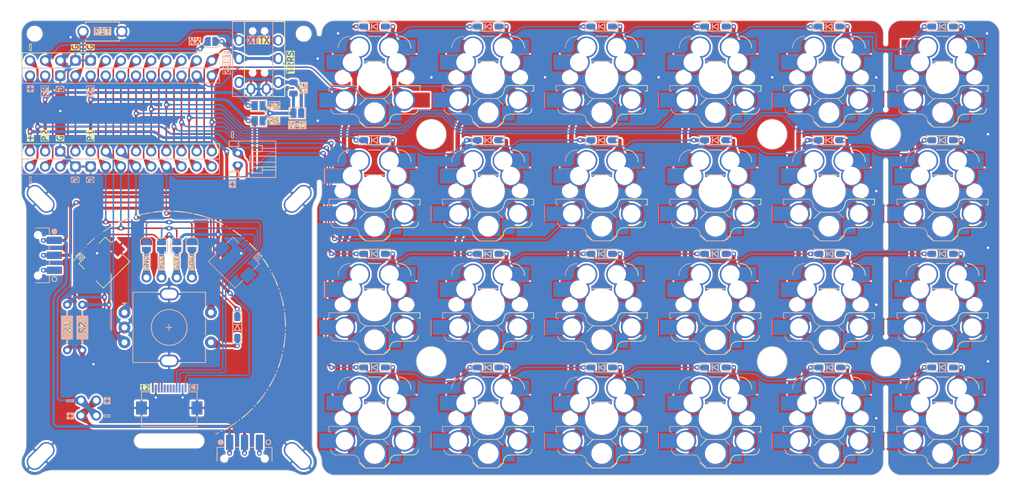
<source format=kicad_pcb>
(kicad_pcb (version 20241229) (generator "pcbnew") (generator_version "9.0")
  (layers (0 "F.Cu" signal) (2 "B.Cu" signal) (13 "F.Paste" user) (15 "B.Paste" user) (5 "F.SilkS" user "F.Silkscreen") (7 "B.SilkS" user "B.Silkscreen") (1 "F.Mask" user) (3 "B.Mask" user) (25 "Edge.Cuts" user))
  (net 0 "")
  (net 1 "row0")
  (net 2 "Net-(D1-Pad2)")
  (net 3 "row1")
  (net 4 "Net-(D2-Pad2)")
  (net 5 "row2")
  (net 6 "Net-(D3-Pad2)")
  (net 7 "row3")
  (net 8 "Net-(D4-Pad2)")
  (net 9 "Net-(D5-Pad2)")
  (net 10 "Net-(D6-Pad2)")
  (net 11 "Net-(D7-Pad2)")
  (net 12 "Net-(D8-Pad2)")
  (net 13 "Net-(D9-Pad2)")
  (net 14 "Net-(D10-Pad2)")
  (net 15 "Net-(D11-Pad2)")
  (net 16 "Net-(D12-Pad2)")
  (net 17 "Net-(D13-Pad2)")
  (net 18 "Net-(D14-Pad2)")
  (net 19 "Net-(D15-Pad2)")
  (net 20 "Net-(D16-Pad2)")
  (net 21 "Net-(D17-Pad2)")
  (net 22 "Net-(D18-Pad2)")
  (net 23 "Net-(D19-Pad2)")
  (net 24 "Net-(D20-Pad2)")
  (net 25 "Net-(D21-Pad2)")
  (net 26 "Net-(D22-Pad2)")
  (net 27 "Net-(D23-Pad2)")
  (net 28 "Net-(D24-Pad2)")
  (net 29 "col0")
  (net 30 "col1")
  (net 31 "col2")
  (net 32 "col3")
  (net 33 "col4")
  (net 34 "col5")
  (net 35 "GND")
  (net 36 "SDA")
  (net 37 "SCL")
  (net 38 "X{slash}A")
  (net 39 "Net-(JP15-B)")
  (net 40 "Net-(U1-RST)")
  (net 41 "Y{slash}B")
  (net 42 "col6")
  (net 43 "+3V3")
  (net 44 "BAT-")
  (net 45 "VCC")
  (net 62 "Net-(D25-Pad2)")
  (net 63 "Net-(J1-Pin_1)")
  (net 64 "Net-(J1-Pin_2)")
  (net 65 "Net-(J1-Pin_3)")
  (net 66 "Net-(J1-Pin_4)")
  (net 67 "BAT+")
  (net 68 "Net-(JP13-B)")
  (net 69 "RX")
  (net 70 "TX")
  (net 71 "unconnected-(U1-5{slash}PC6-Pad9)_1")
  (net 72 "RAW")
  (net 77 "unconnected-(SW2-C-Pad3)_1")
  (net 78 "Net-(J4-Pin_1)")
  (net 79 "Net-(J7-Pin_1)")
  (net 80 "unconnected-(SW3-C-Pad3)")
  (footprint "DreaM117er-keebLibrary:D_SOD-123_handsolder_dual" (layer "F.Cu") (at 154.8 30)
    (property "Reference" "D13")
    (property "Value" "1N4148_SMD")
  )
  (footprint "MountingHole:MountingHole_2.2mm_M2" (layer "F.Cu") (at 84.775 58.886 45)
    (property "Reference" "H10" (hide yes))
    (property "Value" "M2")
  )
  (footprint "DreaM117er-keebLibrary:D_SOD-123_handsolder_dual" (layer "F.Cu") (at 173.98 87.15)
    (property "Reference" "D20")
    (property "Value" "1N4148_SMD")
  )
  (footprint "DreaM117er-keebLibrary:Breakaway_Tabs_2" (layer "F.Cu") (at 183.375 80.425 90)
    (property "Reference" "H16" (hide yes))
    (property "Value" "edge" (hide yes))
  )
  (footprint "DreaM117er-keebLibrary:SW_Hotswap_KLP12_GLP3.0_MX_Plated_1.00u_Dualside" (layer "F.Cu") (at 154.8 95.675)
    (property "Reference" "K16")
    (property "Value" "SW_Push")
  )
  (footprint "MountingHole:MountingHole_2.2mm_M2" (layer "F.Cu") (at 85.775 31.2)
    (property "Reference" "H7" (hide yes))
    (property "Value" "M2")
  )
  (footprint "Jumper:SolderJumper-2_P1.3mm_Open_Pad1.0x1.5mm" (layer "F.Cu") (at 84.71 44.533)
    (property "Reference" "JP15" (hide yes))
    (property "Value" "VCC")
  )
  (footprint "DreaM117er-keebLibrary:D_SOD-123_handsolder_dual" (layer "F.Cu") (at 97.65 30)
    (property "Reference" "D1")
    (property "Value" "1N4148_SMD")
  )
  (footprint "DreaM117er-keebLibrary:D_SOD-123_handsolder_dual" (layer "F.Cu") (at 173.85 49.05)
    (property "Reference" "D18")
    (property "Value" "1N4148_SMD")
  )
  (footprint "DreaM117er-keebLibrary:SW_Hotswap_KLP12_GLP3.0_MX_Plated_1.00u_Dualside" (layer "F.Cu") (at 97.65 76.625)
    (property "Reference" "K3")
    (property "Value" "SW_Push")
  )
  (footprint "DreaM117er-keebLibrary:SW_Hotswap_KLP12_GLP3.0_MX_Plated_1.00u_Dualside" (layer "F.Cu") (at 97.65 95.675)
    (property "Reference" "K4")
    (property "Value" "SW_Push")
  )
  (footprint "DreaM117er-keebLibrary:D_SOD-123_handsolder_dual" (layer "F.Cu") (at 192.9 49.05)
    (property "Reference" "D22")
    (property "Value" "1N4148_SMD")
  )
  (footprint "DreaM117er-keebLibrary:SW_Hotswap_KLP12_GLP3.0_MX_Plated_1.00u_Dualside" (layer "F.Cu") (at 97.65 38.525)
    (property "Reference" "K1")
    (property "Value" "SW_Push")
  )
  (footprint "DreaM117er-keebLibrary:D_SOD-123_handsolder_dual" (layer "F.Cu") (at 116.7 49.05)
    (property "Reference" "D6")
    (property "Value" "1N4148_SMD")
  )
  (footprint "DreaM117er-keebLibrary:SW_Hotswap_KLP12_GLP3.0_MX_Plated_1.00u_Dualside" (layer "F.Cu") (at 116.7 76.625)
    (property "Reference" "K7")
    (property "Value" "SW_Push")
  )
  (footprint "DreaM117er-keebLibrary:TRRS-PJ-320A, dual side x2" (layer "F.Cu") (at 78.214 29.15)
    (property "Reference" "T1" (hide yes))
    (property "Value" "AudioJack4" (hide yes))
  )
  (footprint "DreaM117er-keebLibrary:SW_Hotswap_KLP12_GLP3.0_MX_Plated_1.00u_Dualside" (layer "F.Cu") (at 135.75 38.525)
    (property "Reference" "K9")
    (property "Value" "SW_Push")
  )
  (footprint "DreaM117er-keebLibrary:D_SOD-123_handsolder_dual" (layer "F.Cu") (at 97.65 49.05)
    (property "Reference" "D2")
    (property "Value" "1N4148_SMD")
  )
  (footprint "DreaM117er-keebLibrary:D_SOD-123_handsolder_dual" (layer "F.Cu") (at 116.7 68.1)
    (property "Reference" "D7")
    (property "Value" "1N4148_SMD")
  )
  (footprint "DreaM117er-keebLibrary:Breakaway_Tabs_2" (layer "F.Cu") (at 183.375 99.475 90)
    (property "Reference" "H17" (hide yes))
    (property "Value" "edge" (hide yes))
  )
  (footprint "DreaM117er-keebLibrary:SW_Hotswap_KLP12_GLP3.0_MX_Plated_1.00u_Dualside" (layer "F.Cu") (at 173.85 38.525)
    (property "Reference" "K17")
    (property "Value" "SW_Push")
  )
  (footprint "DreaM117er-keebLibrary:SW_Hotswap_KLP12_GLP3.0_MX_Plated_1.00u_Dualside" (layer "F.Cu") (at 192.9 57.575)
    (property "Reference" "K22")
    (property "Value" "SW_Push")
  )
  (footprint "MountingHole:MountingHole_2.2mm_M2" (layer "F.Cu") (at 40.661 31.2)
    (property "Reference" "H6" (hide yes))
    (property "Value" "M2")
  )
  (footprint "DreaM117er-keebLibrary:Breakaway_Tabs_2" (layer "F.Cu") (at 183.375 61.375 90)
    (property "Reference" "H15" (hide yes))
    (property "Value" "edge" (hide yes))
  )
  (footprint "DreaM117er-keebLibrary:SW_Hotswap_KLP12_GLP3.0_MX_Plated_1.00u_Dualside" (layer "F.Cu") (at 192.9 38.525)
    (property "Reference" "K21")
    (property "Value" "SW_Push")
  )
  (footprint "DreaM117er-keebLibrary:D_SOD-123_handsolder_dual" (layer "F.Cu") (at 173.98 68.1)
    (property "Reference" "D19")
    (property "Value" "1N4148_SMD")
  )
  (footprint "Jumper:SolderJumper-2_P1.3mm_Open_RoundedPad1.0x1.5mm" (layer "F.Cu") (at 67.0275 66.793 90)
    (property "Reference" "JP5" (hide yes))
    (property "Value" "PWR1")
  )
  (footprint "DreaM117er-keebLibrary:SW_Hotswap_KLP12_GLP3.0_MX_Plated_1.00u_Dualside" (layer "F.Cu") (at 192.9 76.625)
    (property "Reference" "K23")
    (property "Value" "SW_Push")
  )
  (footprint "DreaM117er-keebLibrary:D_SOD-123_handsolder_dual" (layer "F.Cu") (at 135.75 87.15)
    (property "Reference" "D12")
    (property "Value" "1N4148_SMD")
  )
  (footprint "DreaM117er-keebLibrary:D_SOD-123_handsolder_dual" (layer "F.Cu") (at 74.638 80.443 -90)
    (property "Reference" "D25")
    (property "Value" "1N4148_SMD")
  )
  (footprint "DreaM117er-keebLibrary:SW_Hotswap_KLP12_GLP3.0_MX_Plated_1.00u_Dualside" (layer "F.Cu") (at 173.85 57.575)
    (property "Reference" "K18")
    (property "Value" "SW_Push")
  )
  (footprint "DreaM117er-keebLibrary:D_SOD-123_handsolder_dual" (layer "F.Cu") (at 97.65 87.15)
    (property "Reference" "D4")
    (property "Value" "1N4148_SMD")
  )
  (footprint "DreaM117er-keebLibrary:D_SOD-123_handsolder_dual" (layer "F.Cu") (at 154.8 49.05)
    (property "Reference" "D14")
    (property "Value" "1N4148_SMD")
  )
  (footprint "DreaM117er-keebLibrary:D_SOD-123_handsolder_dual" (layer "F.Cu") (at 135.75 68.1)
    (property "Reference" "D11")
    (property "Value" "1N4148_SMD")
  )
  (footprint "DreaM117er-keebLibrary:D_SOD-123_handsolder_dual" (layer "F.Cu") (at 135.75 49.05)
    (property "Reference" "D10")
    (property "Value" "1N4148_SMD")
  )
  (footprint "DreaM117er-keebLibrary:RotaryEncoder_EC11" (layer "F.Cu") (at 63.218 80.443)
    (property "Reference" "K25")
    (property "Value" "EC-11")
  )
  (footprint "DreaM117er-keebLibrary:SW_Hotswap_KLP12_GLP3.0_MX_Plated_1.00u_Dualside" (layer "F.Cu") (at 154.8 38.525)
    (property "Reference" "K13")
    (property "Value" "SW_Push")
  )
  (footprint "Resistor_THT:R_Axial_DIN0204_L3.6mm_D1.6mm_P7.62mm_Horizontal" (layer "F.Cu") (at 46.11 84.253 90)
    (property "Reference" "R1" (hide yes))
    (property "Value" "4.7k")
  )
  (footprint "DreaM117er-keebLibrary:Hirose_FH12-6S-0.5SH_1x06-1MP_P0.50mm_Horizontal" (layer "F.Cu") (at 51.218 68.443 45)
    (property "Reference" "J5" (hide yes))
    (property "Value" "FFC-0.5mm, 6p")
  )
  (footprint "MountingHole:MountingHole_2.2mm_M2" (layer "F.Cu") (at 41.661 102 -135)
    (property "Reference" "H9" (hide yes))
    (property "Value" "M2")
  )
  (footprint "DreaM117er-keebLibrary:SW_Hotswap_KLP12_GLP3.0_MX_Plated_1.00u_Dualside" (layer "F.Cu") (at 135.75 95.675)
    (property "Reference" "K12")
    (property "Value" "SW_Push")
  )
  (footprint "Jumper:SolderJumper-2_P1.3mm_Open_RoundedPad1.0x1.5mm" (layer "F.Cu") (at 70.316 32.501)
    (property "Reference" "JP13" (hide yes))
    (property "Value" "RX")
  )
  (footprint "Fuse:Fuse_0805_2012Metric" (layer "F.Cu") (at 84.06 40.28 90)
    (property "Reference" "F2" (hide yes))
    (property "Value" "6V, 500mA")
  )
  (footprint "DreaM117er-keebLibrary:D_SOD-123_handsolder_dual" (layer "F.Cu") (at 154.8 87.15)
    (property "Reference" "D16")
    (property "Value" "1N4148_SMD")
  )
  (footprint "DreaM117er-keebLibrary:D_SOD-123_handsolder_dual" (layer "F.Cu") (at 173.85 30)
    (property "Reference" "D17")
    (property "Value" "1N4148_SMD")
  )
  (footprint "Jumper:SolderJumper-2_P1.3mm_Open_RoundedPad1.0x1.5mm" (layer "F.Cu") (at 61.9475 66.793 90)
    (property "Reference" "JP7" (hide yes))
    (property "Value" "PWR1")
  )
  (footprint "Jumper:SolderJumper-2_P1.3mm_Open_Pad1.0x1.5mm" (layer "F.Cu") (at 78.214 45.803 180)
    (property "Reference" "JP1" (hide yes))
    (property "Value" "PWR1")
  )
  (footprint "DreaM117er-keebLibrary:SW_SPDT_MSKT-12D14_SMD_dual" (layer "F.Cu") (at 41.214 68.35 -90)
    (property "Reference" "SW2" (hide yes))
    (property "Value" "MSKT-12D14")
  )
  (footprint "DreaM117er-keebLibrary:Trackpad_Cirque_TM040040" (layer "F.Cu") (at 63.218 80.443 -90)
    (property "Reference" "H5" (hide yes))
    (property "Value" "TM040040")
  )
  (footprint "Jumper:SolderJumper-2_P1.3mm_Open_Pad1.0x1.5mm" (layer "F.Cu") (at 78.214 43.263 180)
    (property "Reference" "JP2" (hide yes))
    (property "Value" "PWR1")
  )
  (footprint "DreaM117er-keebLibrary:ResetSW_1side" (layer "F.Cu") (at 52.021 30.823)
    (property "Reference" "SW1" (hide yes))
    (property "Value" "SW_Push" (hide yes))
  )
  (footprint "DreaM117er-keebLibrary:SW_Hotswap_KLP12_GLP3.0_MX_Plated_1.00u_Dualside" (layer "F.Cu") (at 154.8 57.575)
    (property "Reference" "K14")
    (property "Value" "SW_Push")
  )
  (footprint "DreaM117er-keebLibrary:PinHeader_1x02_P2.54mm_Vertical" (layer "F.Cu") (at 48.439 95.222 90)
    (property "Reference" "J7")
    (property "Value" "~" (hide yes))
  )
  (footprint "DreaM117er-keebLibrary:D_SOD-123_handsolder_dual" (layer "F.Cu") (at 97.65 68.1)
    (property "Reference" "D3")
    (property "Value" "1N4148_SMD")
  )
  (footprint "DreaM117er-keebLibrary:SW_Hotswap_KLP12_GLP3.0_MX_Plated_1.00u_Dualside" (layer "F.Cu") (at 116.7 38.525)
    (property "Reference" "K5")
    (property "Value" "SW_Push")
  )
  (footprint "DreaM117er-keebLibrary:SW_Hotswap_KLP12_GLP3.0_MX_Plated_1.00u_Dualside" (layer "F.Cu") (at 135.75 76.625)
    (property "Reference" "K11")
    (property "Value" "SW_Push")
  )
  (footprint "DreaM117er-keebLibrary:D_SOD-123_handsolder_dual" (layer "F.Cu") (at 154.8 68.1)
    (property "Reference" "D15")
    (property "Value" "1N4148_SMD")
  )
  (footprint "DreaM117er-keebLibrary:SW_Hotswap_KLP12_GLP3.0_MX_Plated_1.00u_Dualside" (layer "F.Cu") (at 173.85 95.675)
    (property "Reference" "K20")
    (property "Value" "SW_Push")
  )
  (footprint "DreaM117er-keebLibrary:SW_Hotswap_KLP12_GLP3.0_MX_Plated_1.00u_Dualside" (layer "F.Cu") (at 154.8 76.625)
    (property "Reference" "K15")
    (property "Value" "SW_Push")
  )
  (footprint "MountingHole:MountingHole_2.2mm_M2" (layer "F.Cu") (at 41.661 58.886 135)
    (property "Reference" "H8" (hide yes))
    (property "Value" "M2")
  )
  (footprint "DreaM117er-keebLibrary:D_SOD-123_handsolder_dual" (layer "F.Cu") (at 116.7 87.15)
    (property "Reference" "D8")
    (property "Value" "1N4148_SMD")
  )
  (footprint "DreaM117er-keebLibrary:SW_Hotswap_KLP12_GLP3.0_MX_Plated_1.00u_Dualside" (layer "F.Cu") (at 135.75 57.575)
    (property "Reference" "K10")
    (property "Value" "SW_Push")
  )
  (footprint "DreaM117er-keebLibrary:D_SOD-123_handsolder_dual" (layer "F.Cu") (at 135.75 30)
    (property "Reference" "D9")
    (property "Value" "1N4148_SMD")
  )
  (footprint "DreaM117er-keebLibrary:JST_PH_S2B-PH-K_1x02_P2.00mm_Horizontal_dual" (layer "F.Cu") (at 74.731 53.236 90)
    (property "Reference" "J4" (hide yes))
    (property "Value" "PH2.0-2pin")
  )
  (footprint "DreaM117er-keebLibrary:D_SOD-123_handsolder_dual" (layer "F.Cu") (at 192.9 87.15)
    (property "Reference" "D24")
    (property "Value" "1N4148_SMD")
  )
  (footprint "DreaM117er-keebLibrary:PinHeader_1x04_P2.54mm_Vertical" (layer "F.Cu") (at 67.0275 72.073 -90)
    (property "Reference" "J1" (hide yes))
    (property "Value" "I2C" (hide yes))
  )
  (footprint "DreaM117er-keebLibrary:SW_Hotswap_KLP12_GLP3.0_MX_Plated_1.00u_Dualside" (layer "F.Cu") (at 116.7 57.575)
    (property "Reference" "K6")
    (property "Value" "SW_Push")
  )
  (footprint "DreaM117er-keebLibrary:Hirose_FH12-12S-0.5SH_1x12-1MP_P0.50mm_Horizontal" (layer "F.Cu") (at 63.221 92.552)
    (property "Reference" "J2" (hide yes))
    (property "Value" "FFC-0.5mm, 12p")
  )
  (footprint "DreaM117er-keebLibrary:PinHeader_1x02_P2.54mm_Vertical" (layer "F.Cu") (at 48.439 92.682 90)
    (property "Reference" "J8")
    (property "Value" "~" (hide yes))
  )
  (footprint "MountingHole:MountingHole_2.2mm_M2" (layer "F.Cu") (at 84.775 102 135)
    (property "Reference" "H11" (hide yes))
    (property "Value" "M2")
  )
  (footprint "Resistor_THT:R_Axial_DIN0204_L3.6mm_D1.6mm_P7.62mm_Horizontal" (layer "F.Cu") (at 48.65 84.253 90)
    (property "Reference" "R2" (hide yes))
    (property "Value" "4.7k")
  )
  (footprint "DreaM117er-keebLibrary:D_SOD-123_handsolder_dual" (layer "F.Cu") (at 192.9 30)
    (property "Reference" "D21")
    (property "Value" "1N4148_SMD")
  )
  (footprint "DreaM117er-keebLibrary:Azoteq_TPS43_201A_S" (layer "F.Cu") (at 63.218 80.443)
    (property "Reference" "H1" (hide yes))
    (property "Value" "TPS43")
  )
  (footprint "DreaM117er-keebLibrary:D_SOD-123_handsolder_dual" (layer "F.Cu") (at 116.7 30)
    (property "Reference" "D5")
    (property "Value" "1N4148_SMD")
  )
  (footprint "DreaM117er-keebLibrary:SW_Hotswap_KLP12_GLP3.0_MX_Plated_1.00u_Dualside" (layer "F.Cu") (at 97.65 57.575)
    (property "Reference" "K2")
    (property "Value" "SW_Push")
  )
  (footprint "DreaM117er-keebLibrary:SW_SPDT_MSKT-12D14_SMD_dual" (layer "F.Cu") (at 75.852 102.447)
    (property "Reference" "SW3" (hide yes))
    (property "Value" "MSKT-12D14")
  )
  (footprint "DreaM117er-keebLibrary:D_SOD-123_handsolder_dual" (layer "F.Cu") (at 192.9 68.1)
    (property "Reference" "D23")
    (property "Value" "1N4148_SMD")
  )
  (footprint "DreaM117er-keebLibrary:SW_Hotswap_KLP12_GLP3.0_MX_Plated_1.00u_Dualside" (layer "F.Cu") (at 192.9 95.675)
    (property "Reference" "K24")
    (property "Value" "SW_Push")
  )
  (footprint "DreaM117er-keebLibrary:SW_Hotswap_KLP12_GLP3.0_MX_Plated_1.00u_Dualside" (layer "F.Cu") (at 116.7 95.675)
    (property "Reference" "K8")
    (property "Value" "SW_Push")
  )
  (footprint "Jumper:SolderJumper-2_P1.3mm_Open_RoundedPad1.0x1.5mm" (layer "F.Cu") (at 64.4875 66.793 90)
    (property "Reference" "JP6" (hide yes))
    (property "Value" "PWR1")
  )
  (footprint "Jumper:SolderJumper-2_P1.3mm_Open_RoundedPad1.0x1.5mm" (layer "F.Cu") (at 59.4075 66.793 90)
    (property "Reference" "JP8" (hide yes))
    (property "Value" "PWR1")
  )
  (footprint "DreaM117er-keebLibrary:Breakaway_Tabs_2" (layer "F.Cu") (at 183.375 42.325 90)
    (property "Reference" "H14" (hide yes))
    (property "Value" "edge" (hide yes))
  )
  (footprint "DreaM117er-keebLibrary:SW_Hotswap_KLP12_GLP3.0_MX_Plated_1.00u_Dualside" (layer "F.Cu") (at 173.85 76.625)
    (property "Reference" "K19")
    (property "Value" "SW_Push")
  )
  (footprint "Fuse:Fuse_0805_2012Metric" (layer "B.Cu") (at 84.06 40.28 90)
    (property "Reference" "F1" (hide yes))
    (property "Value" "6V, 500mA")
  )
  (footprint "Jumper:SolderJumper-2_P1.3mm_Open_RoundedPad1.0x1.5mm" (layer "B.Cu") (at 67.0275 66.793 90)
    (property "Reference" "JP9" (hide yes))
    (property "Value" "PWR1")
  )
  (footprint "Jumper:SolderJumper-2_P1.3mm_Open_RoundedPad1.0x1.5mm" (layer "B.Cu") (at 59.4075 66.793 90)
    (property "Reference" "JP12" (hide yes))
    (property "Value" "PWR1")
  )
  (footprint "Jumper:SolderJumper-2_P1.3mm_Open_Pad1.0x1.5mm" (layer "B.Cu") (at 78.214 45.803 180)
    (property "Reference" "JP3" (hide yes))
    (property "Value" "PWR1" (hide yes))
  )
  (footprint "Jumper:SolderJumper-2_P1.3mm_Open_RoundedPad1.0x1.5mm" (layer "B.Cu") (at 61.9475 66.793 90)
    (property "Reference" "JP11" (hide yes))
    (property "Value" "PWR1")
  )
  (footprint "Jumper:SolderJumper-2_P1.3mm_Open_RoundedPad1.0x1.5mm" (layer "B.Cu") (at 64.4875 66.793 90)
    (property "Reference" "JP10" (hide yes))
    (property "Value" "PWR1")
  )
  (footprint "Jumper:SolderJumper-2_P1.3mm_Open_Pad1.0x1.5mm" (layer "B.Cu") (at 78.214 43.263 180)
    (property "Reference" "JP4" (hide yes))
    (property "Value" "PWR1" (hide yes))
  )
  (footprint "DreaM117er-keebLibrary:Hirose_FH12-6S-0.5SH_1x06-1MP_P0.50mm_Horizontal" (layer "B.Cu") (at 75.218 68.443 135)
    (property "Reference" "J6" (hide yes))
    (property "Value" "FFC-0.5mm, 6p")
  )
  (footprint "Jumper:SolderJumper-2_P1.3mm_Open_RoundedPad1.0x1.5mm" (layer "B.Cu") (at 70.316 32.501)
    (property "Reference" "JP14" (hide yes))
    (property "Value" "RX")
  )
  (footprint "Jumper:SolderJumper-2_P1.3mm_Open_Pad1.0x1.5mm" (layer "B.Cu") (at 84.71 44.533)
    (property "Reference" "JP16" (hide yes))
    (property "Value" "VCC")
  )
  (footprint "DreaM117er-keebLibrary:Hirose_FH12-12S-0.5SH_1x12-1MP_P0.50mm_Horizontal" (layer "B.Cu") (at 63.218 92.552 180)
    (property "Reference" "J3" (hide yes))
    (property "Value" "FFC-0.5mm, 12p")
  )
  (footprint "DreaM117er-keebLibrary:MCU_ProMicro_13p_dual" (layer "B.Cu") (at 55.611 44.571 -90)
    (property "Reference" "U1")
    (property "Value" "MCU_ProMicro_13p" (hide yes))
  )
  (gr_arc (start 53.884595 63.32174) (mid 80.737347 71.880146) (end 70.993364 98.325777) (stroke (width 0.15) (type dash_dot_dot)) (layer "F.SilkS"))
  (gr_arc (start 47.232004 69.276181) (mid 58.582916 61.501883) (end 72.241105 63.156199) (stroke (width 0.15) (type dash_dot_dot)) (layer "B.SilkS"))
  (gr_arc (start 80.431092 71.280065) (mid 81.629228 86.867685) (end 70.993364 98.325775) (stroke (width 0.15) (type dash_dot_dot)) (layer "B.SilkS"))
  (gr_line (start 58.568 98.222) (end 67.871 98.222) (stroke (width 0.1)) (layer "Edge.Cuts"))
  (gr_line (start 183.775 101.32) (end 183.775 103) (stroke (width 0.1)) (layer "Edge.Cuts"))
  (gr_arc (start 182.975 90.55) (mid 183.375 90.15) (end 183.775 90.55) (stroke (width 0.1)) (layer "Edge.Cuts"))
  (gr_arc (start 38.461 103) (mid 38.535861 102.43098) (end 38.755349 101.900684) (stroke (width 0.1)) (layer "Edge.Cuts"))
  (gr_arc (start 85.8 105.2) (mid 85.23098 105.125139) (end 84.700684 104.905651) (stroke (width 0.1)) (layer "Edge.Cuts"))
  (gr_arc (start 41.760316 104.905651) (mid 41.23002 105.125139) (end 40.661 105.2) (stroke (width 0.1)) (layer "Edge.Cuts"))
  (gr_line (start 182.975 34.78) (end 182.975 40.48) (stroke (width 0.1)) (layer "Edge.Cuts"))
  (gr_arc (start 38.755579 58.960183) (mid 39.134695 59.876147) (end 39.264 60.859) (stroke (width 0.1)) (layer "Edge.Cuts"))
  (gr_arc (start 41.760183 104.905421) (mid 42.676147 104.526305) (end 43.659 104.397) (stroke (width 0.1)) (layer "Edge.Cuts"))
  (gr_circle (center 183.375 48.05) (end 185.875 48.05) (stroke (width 0.1)) (fill no) (layer "Edge.Cuts"))
  (gr_line (start 200.225 105.2) (end 185.975 105.2) (stroke (width 0.1)) (layer "Edge.Cuts"))
  (gr_arc (start 185.975 105.2) (mid 184.419365 104.555635) (end 183.775 103) (stroke (width 0.1)) (layer "Edge.Cuts"))
  (gr_arc (start 200.225 29) (mid 201.780635 29.644365) (end 202.425 31.2) (stroke (width 0.1)) (layer "Edge.Cuts"))
  (gr_circle (center 107.175 48.05) (end 109.675 48.05) (stroke (width 0.1)) (fill no) (layer "Edge.Cuts"))
  (gr_line (start 82.802 104.397) (end 43.659 104.397) (stroke (width 0.1)) (layer "Edge.Cuts"))
  (gr_line (start 87.997114 60.8843) (end 87.997114 100.001667) (stroke (width 0.1)) (layer "Edge.Cuts"))
  (gr_arc (start 38.461 31.2) (mid 39.105365 29.644365) (end 40.661 29) (stroke (width 0.1)) (layer "Edge.Cuts"))
  (gr_arc (start 87.997114 60.884333) (mid 88.099212 60.10834) (end 88.398557 59.385166) (stroke (width 0.1)) (layer "Edge.Cuts"))
  (gr_arc (start 182.975 63.22) (mid 183.375 62.82) (end 183.775 63.22) (stroke (width 0.1)) (layer "Edge.Cuts"))
  (gr_circle (center 107.175 86.15) (end 109.675 86.15) (stroke (width 0.1)) (fill no) (layer "Edge.Cuts"))
  (gr_arc (start 38.755349 58.960316) (mid 38.535861 58.43002) (end 38.461 57.861) (stroke (width 0.1)) (layer "Edge.Cuts"))
  (gr_line (start 85.775 29) (end 40.661 29) (stroke (width 0.1)) (layer "Edge.Cuts"))
  (gr_arc (start 88.398557 101.500834) (mid 88.099212 100.77766) (end 87.997114 100.001667) (stroke (width 0.1)) (layer "Edge.Cuts"))
  (gr_arc (start 183.775 59.53) (mid 183.375 59.93) (end 182.975 59.53) (stroke (width 0.1)) (layer "Edge.Cuts"))
  (gr_arc (start 88.775 31.2) (mid 89.419365 29.644365) (end 90.975 29) (stroke (width 0.1)) (layer "Edge.Cuts"))
  (gr_arc (start 85.775 29) (mid 87.330635 29.644365) (end 87.975 31.2) (stroke (width 0.1)) (layer "Edge.Cuts"))
  (gr_arc (start 183.775 32.88) (mid 183.375 33.28) (end 182.975 32.88) (stroke (width 0.1)) (layer "Edge.Cuts"))
  (gr_line (start 183.775 90.55) (end 183.775 97.63) (stroke (width 0.1)) (layer "Edge.Cuts"))
  (gr_line (start 182.975 101.32) (end 182.975 103) (stroke (width 0.1)) (layer "Edge.Cuts"))
  (gr_arc (start 183.775 31.2) (mid 184.419365 29.644365) (end 185.975 29) (stroke (width 0.1)) (layer "Edge.Cuts"))
  (gr_line (start 202.425 103) (end 202.425 31.2) (stroke (width 0.1)) (layer "Edge.Cuts"))
  (gr_arc (start 183.775 40.48) (mid 183.375 40.88) (end 182.975 40.48) (stroke (width 0.1)) (layer "Edge.Cuts"))
  (gr_line (start 183.775 52.45) (end 183.775 59.53) (stroke (width 0.1)) (layer "Edge.Cuts"))
  (gr_line (start 88.8 56.086) (end 88.8 57.886) (stroke (width 0.1)) (layer "Edge.Cuts"))
  (gr_circle (center 164.325 48.05) (end 166.825 48.05) (stroke (width 0.1)) (fill no) (layer "Edge.Cuts"))
  (gr_arc (start 87.705651 101.900684) (mid 87.925139 102.43098) (end 88 103) (stroke (width 0.1)) (layer "Edge.Cuts"))
  (gr_arc (start 182.975 69) (mid 183.375 68.6) (end 183.775 69) (stroke (width 0.1)) (layer "Edge.Cuts"))
  (gr_arc (start 88.398557 101.500833) (mid 88.697902 102.224007) (end 88.8 103) (stroke (width 0.1)) (layer "Edge.Cuts"))
  (gr_line (start 39.264 100.002) (end 39.264 60.859) (stroke (width 0.1)) (layer "Edge.Cuts"))
  (gr_arc (start 88 103) (mid 87.355635 104.555635) (end 85.8 105.2) (stroke (width 0.1)) (layer "Edge.Cuts"))
  (gr_line (start 182.975 69) (end 182.975 78.58) (stroke (width 0.1)) (layer "Edge.Cuts"))
  (gr_arc (start 40.661 105.2) (mid 39.105365 104.555635) (end 38.461 103) (stroke (width 0.1)) (layer "Edge.Cuts"))
  (gr_arc (start 88 57.886) (mid 87.925139 58.45502) (end 87.705651 58.985316) (stroke (width 0.1)) (layer "Edge.Cuts"))
  (gr_arc (start 91 105.2) (mid 89.444365 104.555635) (end 88.8 103) (stroke (width 0.1)) (layer "Edge.Cuts"))
  (gr_circle (center 183.375 86.15) (end 185.875 86.15) (stroke (width 0.1)) (fill no) (layer "Edge.Cuts"))
  (gr_arc (start 67.871 98.222) (mid 69.121 99.472) (end 67.871 100.722) (stroke (width 0.1)) (layer "Edge.Cuts"))
  (gr_line (start 88 56.086) (end 88 57.886) (stroke (width 0.1)) (layer "Edge.Cuts"))
  (gr_arc (start 88 56.086) (mid 88.4 55.686) (end 88.8 56.086) (stroke (width 0.1)) (layer "Edge.Cuts"))
  (gr_line (start 67.871 100.722) (end 58.568 100.722) (stroke (width 0.1)) (layer "Edge.Cuts"))
  (gr_line (start 182.975 63.22) (end 182.975 67.1) (stroke (width 0.1)) (layer "Edge.Cuts"))
  (gr_arc (start 202.425 103) (mid 201.780635 104.555635) (end 200.225 105.2) (stroke (width 0.1)) (layer "Edge.Cuts"))
  (gr_line (start 183.775 34.78) (end 183.775 40.48) (stroke (width 0.1)) (layer "Edge.Cuts"))
  (gr_arc (start 183.775 67.1) (mid 183.375 67.5) (end 182.975 67.1) (stroke (width 0.1)) (layer "Edge.Cuts"))
  (gr_line (start 183.775 63.22) (end 183.775 67.1) (stroke (width 0.1)) (layer "Edge.Cuts"))
  (gr_arc (start 82.802 104.397) (mid 83.784853 104.526305) (end 84.700817 104.905421) (stroke (width 0.1)) (layer "Edge.Cuts"))
  (gr_arc (start 58.568 100.722) (mid 57.318 99.472) (end 58.568 98.222) (stroke (width 0.1)) (layer "Edge.Cuts"))
  (gr_line (start 87.197 100.002) (end 87.197 60.884) (stroke (width 0.1)) (layer "Edge.Cuts"))
  (gr_line (start 182.975 32.88) (end 182.975 31.2) (stroke (width 0.1)) (layer "Edge.Cuts"))
  (gr_arc (start 180.775 29) (mid 182.330635 29.644365) (end 182.975 31.2) (stroke (width 0.1)) (layer "Edge.Cuts"))
  (gr_arc (start 182.975 34.78) (mid 183.375 34.38) (end 183.775 34.78) (stroke (width 0.1)) (layer "Edge.Cuts"))
  (gr_arc (start 87.705421 101.900817) (mid 87.326305 100.984853) (end 87.197 100.002) (stroke (width 0.1)) (layer "Edge.Cuts"))
  (gr_arc (start 183.775 97.63) (mid 183.375 98.03) (end 182.975 97.63) (stroke (width 0.1)) (layer "Edge.Cuts"))
  (gr_arc (start 88.8 57.886) (mid 88.697902 58.661993) (end 88.398557 59.385167) (stroke (width 0.1)) (layer "Edge.Cuts"))
  (gr_line (start 200.225 29) (end 185.975 29) (stroke (width 0.1)) (layer "Edge.Cuts"))
  (gr_arc (start 39.264 100.002) (mid 39.134695 100.984853) (end 38.755579 101.900817) (stroke (width 0.1)) (layer "Edge.Cuts"))
  (gr_line (start 38.461 31.2) (end 38.461 57.861) (stroke (width 0.1)) (layer "Edge.Cuts"))
  (gr_arc (start 88.775 31.2) (mid 88.375 31.6) (end 87.975 31.2) (stroke (width 0.1)) (layer "Edge.Cuts"))
  (gr_arc (start 183.775 78.58) (mid 183.375 78.98) (end 182.975 78.58) (stroke (width 0.1)) (layer "Edge.Cuts"))
  (gr_arc (start 182.975 101.32) (mid 183.375 100.92) (end 183.775 101.32) (stroke (width 0.1)) (layer "Edge.Cuts"))
  (gr_line (start 180.775 29) (end 90.975 29) (stroke (width 0.1)) (layer "Edge.Cuts"))
  (gr_arc (start 87.197 60.884) (mid 87.326305 59.901147) (end 87.705421 58.985183) (stroke (width 0.1)) (layer "Edge.Cuts"))
  (gr_arc (start 182.975 52.45) (mid 183.375 52.05) (end 183.775 52.45) (stroke (width 0.1)) (layer "Edge.Cuts"))
  (gr_line (start 182.975 52.45) (end 182.975 59.53) (stroke (width 0.1)) (layer "Edge.Cuts"))
  (gr_line (start 183.775 32.88) (end 183.775 31.2) (stroke (width 0.1)) (layer "Edge.Cuts"))
  (gr_arc (start 182.975 103) (mid 182.330635 104.555635) (end 180.775 105.2) (stroke (width 0.1)) (layer "Edge.Cuts"))
  (gr_line (start 182.975 90.55) (end 182.975 97.63) (stroke (width 0.1)) (layer "Edge.Cuts"))
  (gr_line (start 183.775 69) (end 183.775 78.58) (stroke (width 0.1)) (layer "Edge.Cuts"))
  (gr_circle (center 164.325 86.15) (end 166.825 86.15) (stroke (width 0.1)) (fill no) (layer "Edge.Cuts"))
  (gr_line (start 180.775 105.2) (end 91 105.2) (stroke (width 0.1)) (layer "Edge.Cuts"))
  (gr_text "-" (at 52.789 95.222 0) (layer "F.SilkS" knockout) (effects (font (size 1 1) (thickness 0.2) (bold yes))))
  (gr_text "+" (at 52.789 92.684 0) (layer "F.SilkS" knockout) (effects (font (size 1 1) (thickness 0.2) (bold yes))))
  (gr_text "-" (at 73.77 48.1 90) (layer "F.SilkS" knockout) (effects (font (size 1 1) (thickness 0.2) (bold yes))))
  (gr_text "+" (at 73.74 56.44 90) (layer "F.SilkS" knockout) (effects (font (size 1 1) (thickness 0.2) (bold yes))))
  (gr_text "-" (at 46.639 92.682 0) (layer "F.SilkS" knockout) (effects (font (size 1 1) (thickness 0.2) (bold yes))))
  (gr_text "+" (at 46.639 95.222 0) (layer "F.SilkS" knockout) (effects (font (size 1 1) (thickness 0.2) (bold yes))))
  (gr_text "-" (at 52.789 95.22 0) (layer "B.SilkS" knockout) (effects (font (size 1 1) (thickness 0.2) (bold yes)) (justify mirror)))
  (gr_text "+" (at 73.88 56.44 270) (layer "B.SilkS" knockout) (effects (font (size 1 1) (thickness 0.2) (bold yes)) (justify mirror)))
  (gr_text "+" (at 52.789 92.682 0) (layer "B.SilkS" knockout) (effects (font (size 1 1) (thickness 0.2) (bold yes)) (justify mirror)))
  (gr_text "+" (at 46.639 95.22 0) (layer "B.SilkS" knockout) (effects (font (size 1 1) (thickness 0.2) (bold yes)) (justify mirror)))
  (gr_text "-" (at 46.639 92.68 0) (layer "B.SilkS" knockout) (effects (font (size 1 1) (thickness 0.2) (bold yes)) (justify mirror)))
  (gr_text "-" (at 73.768 48.1 90) (layer "B.SilkS" knockout) (effects (font (size 1 1) (thickness 0.2) (bold yes)) (justify mirror)))
  (segment (start 172.075 30) (end 170.76 30) (width 0.5) (layer "F.Cu") (net 1))
  (segment (start 114.925 30) (end 113.61 30) (width 0.5) (layer "F.Cu") (net 1))
  (segment (start 70.361 53.461) (end 69.394056 52.494056) (width 0.25) (layer "F.Cu") (net 1))
  (segment (start 90.4 30.47) (end 90.4 33.32) (width 0.25) (layer "F.Cu") (net 1))
  (segment (start 69.09 51.76) (end 69.09 37.38) (width 0.25) (layer "F.Cu") (net 1))
  (segment (start 191.125 30) (end 189.81 30) (width 0.5) (layer "F.Cu") (net 1))
  (segment (start 69.392642 36.649359) (end 70.361 35.681) (width 0.25) (layer "F.Cu") (net 1))
  (segment (start 94.56 30) (end 90.87 30) (width 0.25) (layer "F.Cu") (net 1))
  (segment (start 72.020069 34.021931) (end 70.361 35.681) (width 0.25) (layer "F.Cu") (net 1))
  (segment (start 89.93 33.79) (end 72.58 33.79) (width 0.25) (layer "F.Cu") (net 1))
  (segment (start 133.975 30) (end 132.66 30) (width 0.5) (layer "F.Cu") (net 1))
  (segment (start 153.025 30) (end 151.71 30) (width 0.5) (layer "F.Cu") (net 1))
  (segment (start 95.875 30) (end 94.56 30) (width 0.5) (layer "F.Cu") (net 1))
  (via (at 132.66 30) (size 0.8) (drill 0.4) (layers "F.Cu" "B.Cu") (net 1))
  (via (at 94.56 30) (size 0.8) (drill 0.4) (layers "F.Cu" "B.Cu") (net 1))
  (via (at 189.81 30) (size 0.8) (drill 0.4) (layers "F.Cu" "B.Cu") (net 1))
  (via (at 113.61 30) (size 0.8) (drill 0.4) (layers "F.Cu" "B.Cu") (net 1))
  (via (at 151.71 30) (size 0.8) (drill 0.4) (layers "F.Cu" "B.Cu") (net 1))
  (via (at 170.76 30) (size 0.8) (drill 0.4) (layers "F.Cu" "B.Cu") (net 1))
  (arc (start 72.58 33.79) (mid 72.276968 33.850277) (end 72.020069 34.021931) (width 0.25) (layer "F.Cu") (net 1))
  (arc (start 90.87 30) (mid 90.53766 30.13766) (end 90.4 30.47) (width 0.25) (layer "F.Cu") (net 1))
  (arc (start 69.09 37.38) (mid 69.168654 36.98458) (end 69.392642 36.649359) (width 0.25) (layer "F.Cu") (net 1))
  (arc (start 69.394056 52.494056) (mid 69.169022 52.157268) (end 69.09 51.76) (width 0.25) (layer "F.Cu") (net 1))
  (arc (start 90.4 33.32) (mid 90.26234 33.65234) (end 89.93 33.79) (width 0.25) (layer "F.Cu") (net 1))
  (segment (start 120.518751 31.04) (end 116.72514 31.04) (width 0.25) (layer "B.Cu") (net 1))
  (segment (start 182.26 33.83) (end 185.5 33.83) (width 0.25) (layer "B.Cu") (net 1))
  (segment (start 186.319412 33.490589) (end 189.81 30.000001) (width 0.25) (layer "B.Cu") (net 1))
  (segment (start 132.66 30) (end 123.029533 30) (width 0.25) (layer "B.Cu") (net 1))
  (segment (start 181.78 31.51) (end 181.78 33.35) (width 0.25) (layer "B.Cu") (net 1))
  (segment (start 153.5275 30.5025) (end 153.025 30) (width 0.25) (layer "B.Cu") (net 1))
  (segment (start 134.4775 30.5025) (end 133.975 30) (width 0.25) (layer "B.Cu") (net 1))
  (segment (start 96.3775 30.5025) (end 95.875 30) (width 0.25) (layer "B.Cu") (net 1))
  (segment (start 173.87514 31.04) (end 181.31 31.04) (width 0.25) (layer "B.Cu") (net 1))
  (segment (start 115.4275 30.5025) (end 114.925 30) (width 0.25) (layer "B.Cu") (net 1))
  (segment (start 113.61 30) (end 103.979533 30) (width 0.25) (layer "B.Cu") (net 1))
  (segment (start 189.81 30.000001) (end 189.81 30) (width 0.25) (layer "B.Cu") (net 1))
  (segment (start 139.568751 31.04) (end 135.77514 31.04) (width 0.25) (layer "B.Cu") (net 1))
  (segment (start 172.075 30) (end 172.5775 30.5025) (width 0.25) (layer "B.Cu") (net 1))
  (segment (start 101.468751 31.04) (end 97.67514 31.04) (width 0.25) (layer "B.Cu") (net 1))
  (segment (start 151.71 30) (end 142.079533 30) (width 0.25) (layer "B.Cu") (net 1))
  (segment (start 158.618751 31.04) (end 154.82514 31.04) (width 0.25) (layer "B.Cu") (net 1))
  (segment (start 132.66 30) (end 133.975 30) (width 0.5) (layer "B.Cu") (net 1))
  (segment (start 151.71 30) (end 153.025 30) (width 0.5) (layer "B.Cu") (net 1))
  (segment (start 113.61 30) (end 114.925 30) (width 0.5) (layer "B.Cu") (net 1))
  (segment (start 189.81 30) (end 191.125 30) (width 0.5) (layer "B.Cu") (net 1))
  (segment (start 170.76 30) (end 172.075 30) (width 0.5) (layer "B.Cu") (net 1))
  (segment (start 94.56 30) (end 95.875 30) (width 0.5) (layer "B.Cu") (net 1))
  (segment (start 170.76 30) (end 161.129533 30) (width 0.25) (layer "B.Cu") (net 1))
  (arc (start 102.7 30.53) (mid 103.287054 30.137742) (end 103.979533 30) (width 0.25) (layer "B.Cu") (net 1))
  (arc (start 159.85 30.53) (mid 160.437054 30.137742) (end 161.129533 30) (width 0.25) (layer "B.Cu") (net 1))
  (arc (start 102.7 30.53) (mid 102.135098 30.907455) (end 101.468751 31.04) (width 0.25) (layer "B.Cu") (net 1))
  (arc (start 115.4275 30.5025) (mid 116.022863 30.900308) (end 116.72514 31.04) (width 0.25) (layer "B.Cu") (net 1))
  (arc (start 134.4775 30.5025) (mid 135.072863 30.900308) (end 135.77514 31.04) (width 0.25) (layer "B.Cu") (net 1))
  (arc (start 121.75 30.53) (mid 121.185098 30.907455) (end 120.518751 31.04) (width 0.25) (layer "B.Cu") (net 1))
  (arc (start 159.85 30.53) (mid 159.285098 30.907455) (end 158.618751 31.04) (width 0.25) (layer "B.Cu") (net 1))
  (arc (start 185.5 33.83) (mid 185.943462 33.74179) (end 186.319412 33.490589) (width 0.25) (layer "B.Cu") (net 1))
  (arc (start 181.78 33.35) (mid 181.920589 33.689411) (end 182.26 33.83) (width 0.25) (layer "B.Cu") (net 1))
  (arc (start 96.3775 30.5025) (mid 96.972863 30.900308) (end 97.67514 31.04) (width 0.25) (layer "B.Cu") (net 1))
  (arc (start 172.5775 30.5025) (mid 173.172863 30.900308) (end 173.87514 31.04) (width 0.25) (layer "B.Cu") (net 1))
  (arc (start 153.5275 30.5025) (mid 154.122863 30.900308) (end 154.82514 31.04) (width 0.25) (layer "B.Cu") (net 1))
  (arc (start 140.8 30.53) (mid 141.387054 30.137742) (end 142.079533 30) (width 0.25) (layer "B.Cu") (net 1))
  (arc (start 181.31 31.04) (mid 181.64234 31.17766) (end 181.78 31.51) (width 0.25) (layer "B.Cu") (net 1))
  (arc (start 140.8 30.53) (mid 140.235098 30.907455) (end 139.568751 31.04) (width 0.25) (layer "B.Cu") (net 1))
  (arc (start 123.029533 30) (mid 122.337055 30.137742) (end 121.75 30.53) (width 0.25) (layer "B.Cu") (net 1))
  (segment (start 102.65 42.325) (end 101.605789 41.280789) (width 0.75) (layer "F.Cu") (net 2))
  (segment (start 100.73 30) (end 100.73 32.141325) (width 0.5) (layer "F.Cu") (net 2))
  (segment (start 99.425 30) (end 100.73 30) (width 0.5) (layer "F.Cu") (net 2))
  (segment (start 100.98 37.143823) (end 100.98 39.77) (width 0.75) (layer "F.Cu") (net 2))
  (via (at 100.73 30) (size 0.8) (drill 0.4) (layers "F.Cu" "B.Cu") (net 2))
  (arc (start 101.46 35.985) (mid 101.104748 36.516672) (end 100.98 37.143823) (width 0.75) (layer "F.Cu") (net 2))
  (arc (start 101.605789 41.280789) (mid 101.142637 40.587633) (end 100.98 39.77) (width 0.75) (layer "F.Cu") (net 2))
  (arc (start 100.73 32.141325) (mid 100.589658 32.846869) (end 100.19 33.445) (width 0.5) (layer "F.Cu") (net 2))
  (segment (start 100.73 30) (end 99.425 30) (width 0.5) (layer "B.Cu") (net 2))
  (segment (start 66.56 45.3) (end 66.56 51.8) (width 0.25) (layer "F.Cu") (net 3))
  (segment (start 66.56 37.51) (end 66.56 45.3) (width 0.25) (layer "F.Cu") (net 3))
  (segment (start 114.385 49.05) (end 113.07 49.05) (width 0.5) (layer "F.Cu") (net 3))
  (segment (start 152.485 49.05) (end 151.17 49.05) (width 0.5) (layer "F.Cu") (net 3))
  (segment (start 133.435 49.05) (end 132.12 49.05) (width 0.5) (layer "F.Cu") (net 3))
  (segment (start 95.875 49.05) (end 94.56 49.05) (width 0.5) (layer "F.Cu") (net 3))
  (segment (start 191.125 49.05) (end 189.81 49.05) (width 0.5) (layer "F.Cu") (net 3))
  (segment (start 66.842843 52.482842) (end 67.821 53.461) (width 0.25) (layer "F.Cu") (net 3))
  (segment (start 66.961637 36.540364) (end 67.821 35.681) (width 0.25) (layer "F.Cu") (net 3))
  (segment (start 171.535 49.05) (end 170.22 49.05) (width 0.5) (layer "F.Cu") (net 3))
  (via (at 66.56 45.3) (size 0.8) (drill 0.4) (layers "F.Cu" "B.Cu") (net 3))
  (via (at 113.07 49.05) (size 0.8) (drill 0.4) (layers "F.Cu" "B.Cu") (net 3))
  (via (at 189.81 49.05) (size 0.8) (drill 0.4) (layers "F.Cu" "B.Cu") (net 3))
  (via (at 170.22 49.05) (size 0.8) (drill 0.4) (layers "F.Cu" "B.Cu") (net 3))
  (via (at 132.12 49.05) (size 0.8) (drill 0.4) (layers "F.Cu" "B.Cu") (net 3))
  (via (at 94.56 49.05) (size 0.8) (drill 0.4) (layers "F.Cu" "B.Cu") (net 3))
  (via (at 151.17 49.05) (size 0.8) (drill 0.4) (layers "F.Cu" "B.Cu") (net 3))
  (arc (start 66.56 51.8) (mid 66.633508 52.169552) (end 66.842843 52.482842) (width 0.25) (layer "F.Cu") (net 3))
  (arc (start 66.56 37.51) (mid 66.664382 36.985237) (end 66.961637 36.540364) (width 0.25) (layer "F.Cu") (net 3))
  (segment (start 66.56 45.3) (end 71.82 45.3) (width 0.25) (layer "B.Cu") (net 3))
  (segment (start 133.9375 49.5525) (end 133.435 49.05) (width 0.25) (layer "B.Cu") (net 3))
  (segment (start 186.656117 51.32) (end 182.878528 51.32) (width 0.25) (layer "B.Cu") (net 3))
  (segment (start 141.539533 49.05) (end 151.17 49.05) (width 0.25) (layer "B.Cu") (net 3))
  (segment (start 153.0525 49.6175) (end 152.485 49.05) (width 0.25) (layer "B.Cu") (net 3))
  (segment (start 75.77 48.37) (end 93.23 48.37) (width 0.25) (layer "B.Cu") (net 3))
  (segment (start 168.575 50.695) (end 170.22 49.05) (width 0.25) (layer "B.Cu") (net 3))
  (segment (start 139.028751 50.09) (end 135.23514 50.09) (width 0.25) (layer "B.Cu") (net 3))
  (segment (start 189.81 49.05) (end 191.125 49.05) (width 0.5) (layer "B.Cu") (net 3))
  (segment (start 179.909045 50.09) (end 173.243216 50.09) (width 0.25) (layer "B.Cu") (net 3))
  (segment (start 113.07 49.05) (end 114.385 49.05) (width 0.5) (layer "B.Cu") (net 3))
  (segment (start 167.066117 51.32) (end 163.828528 51.32) (width 0.25) (layer "B.Cu") (net 3))
  (segment (start 170.22 49.05) (end 171.535 49.05) (width 0.5) (layer "B.Cu") (net 3))
  (segment (start 94.33962 48.82962) (end 94.56 49.05) (width 0.25) (layer "B.Cu") (net 3))
  (segment (start 94.56 49.05) (end 95.875 49.05) (width 0.5) (layer "B.Cu") (net 3))
  (segment (start 72.571127 45.611127) (end 75.018873 48.058873) (width 0.25) (layer "B.Cu") (net 3))
  (segment (start 132.12 49.05) (end 133.435 49.05) (width 0.5) (layer "B.Cu") (net 3))
  (segment (start 172.1025 49.6175) (end 171.535 49.05) (width 0.25) (layer "B.Cu") (net 3))
  (segment (start 151.17 49.05) (end 152.485 49.05) (width 0.5) (layer "B.Cu") (net 3))
  (segment (start 122.489533 49.05) (end 132.12 49.05) (width 0.25) (layer "B.Cu") (net 3))
  (segment (start 114.8875 49.5525) (end 114.385 49.05) (width 0.25) (layer "B.Cu") (net 3))
  (segment (start 113.07 49.05) (end 111.425 50.695) (width 0.25) (layer "B.Cu") (net 3))
  (segment (start 96.4425 49.6175) (end 95.875 49.05) (width 0.25) (layer "B.Cu") (net 3))
  (segment (start 109.916117 51.32) (end 106.678528 51.32) (width 0.25) (layer "B.Cu") (net 3))
  (segment (start 189.81 49.05) (end 188.165 50.695) (width 0.25) (layer "B.Cu") (net 3))
  (segment (start 154.193216 50.09) (end 160.859045 50.09) (width 0.25) (layer "B.Cu") (net 3))
  (segment (start 119.978751 50.09) (end 116.18514 50.09) (width 0.25) (layer "B.Cu") (net 3))
  (segment (start 97.583216 50.09) (end 103.709045 50.09) (width 0.25) (layer "B.Cu") (net 3))
  (arc (start 173.243216 50.09) (mid 172.625865 49.967201) (end 172.1025 49.6175) (width 0.25) (layer "B.Cu") (net 3))
  (arc (start 140.26 49.58) (mid 140.847054 49.187742) (end 141.539533 49.05) (width 0.25) (layer "B.Cu") (net 3))
  (arc (start 162.38 50.72) (mid 163.04459 51.164065) (end 163.828528 51.32) (width 0.25) (layer "B.Cu") (net 3))
  (arc (start 153.0525 49.6175) (mid 153.575865 49.967201) (end 154.193216 50.09) (width 0.25) (layer "B.Cu") (net 3))
  (arc (start 93.23 48.37) (mid 93.830522 48.489451) (end 94.33962 48.82962) (width 0.25) (layer "B.Cu") (net 3))
  (arc (start 71.82 45.3) (mid 72.226507 45.380859) (end 72.571127 45.611127) (width 0.25) (layer "B.Cu") (net 3))
  (arc (start 121.21 49.58) (mid 120.645098 49.957455) (end 119.978751 50.09) (width 0.25) (layer "B.Cu") (net 3))
  (arc (start 111.425 50.695) (mid 110.732719 51.157568) (end 109.916117 51.32) (width 0.25) (layer "B.Cu") (net 3))
  (arc (start 188.165 50.695) (mid 187.472719 51.157568) (end 186.656117 51.32) (width 0.25) (layer "B.Cu") (net 3))
  (arc (start 168.575 50.695) (mid 167.882719 51.157568) (end 167.066117 51.32) (width 0.25) (layer "B.Cu") (net 3))
  (arc (start 75.018873 48.058873) (mid 75.363493 48.289141) (end 75.77 48.37) (width 0.25) (layer "B.Cu") (net 3))
  (arc (start 105.23 50.72) (mid 105.89459 51.164065) (end 106.678528 51.32) (width 0.25) (layer "B.Cu") (net 3))
  (arc (start 181.43 50.72) (mid 180.73218 50.253732) (end 179.909045 50.09) (width 0.25) (layer "B.Cu") (net 3))
  (arc (start 105.23 50.72) (mid 104.53218 50.253732) (end 103.709045 50.09) (width 0.25) (layer "B.Cu") (net 3))
  (arc (start 121.21 49.58) (mid 121.797054 49.187742) (end 122.489533 49.05) (width 0.25) (layer "B.Cu") (net 3))
  (arc (start 133.9375 49.5525) (mid 134.532863 49.950308) (end 135.23514 50.09) (width 0.25) (layer "B.Cu") (net 3))
  (arc (start 140.26 49.58) (mid 139.695098 49.957455) (end 139.028751 50.09) (width 0.25) (layer "B.Cu") (net 3))
  (arc (start 162.38 50.72) (mid 161.68218 50.253732) (end 160.859045 50.09) (width 0.25) (layer "B.Cu") (net 3))
  (arc (start 96.4425 49.6175) (mid 96.965865 49.967201) (end 97.583216 50.09) (width 0.25) (layer "B.Cu") (net 3))
  (arc (start 182.878528 51.32) (mid 182.09459 51.164065) (end 181.43 50.72) (width 0.25) (layer "B.Cu") (net 3))
  (arc (start 114.8875 49.5525) (mid 115.482863 49.950308) (end 116.18514 50.09) (width 0.25) (layer "B.Cu") (net 3))
  (segment (start 99.425 49.05) (end 100.73 49.05) (width 0.5) (layer "F.Cu") (net 4))
  (segment (start 102.65 61.375) (end 101.605789 60.330789) (width 0.75) (layer "F.Cu") (net 4))
  (segment (start 100.98 56.193823) (end 100.98 58.82) (width 0.75) (layer "F.Cu") (net 4))
  (segment (start 100.73 49.05) (end 100.73 51.191325) (width 0.5) (layer "F.Cu") (net 4))
  (via (at 100.73 49.05) (size 0.8) (drill 0.4) (layers "F.Cu" "B.Cu") (net 4))
  (arc (start 101.46 55.035) (mid 101.104748 55.566672) (end 100.98 56.193823) (width 0.75) (layer "F.Cu") (net 4))
  (arc (start 100.73 51.191325) (mid 100.589658 51.896869) (end 100.19 52.495) (width 0.5) (layer "F.Cu") (net 4))
  (arc (start 101.605789 60.330789) (mid 101.142637 59.637633) (end 100.98 58.82) (width 0.75) (layer "F.Cu") (net 4))
  (segment (start 100.73 49.05) (end 99.425 49.05) (width 0.5) (layer "B.Cu") (net 4))
  (segment (start 153.025 68.1) (end 151.71 68.1) (width 0.5) (layer "F.Cu") (net 5))
  (segment (start 64.02 37.51) (end 64.02 46.78) (width 0.25) (layer "F.Cu") (net 5))
  (segment (start 64.02 51.64) (end 64.02 46.78) (width 0.25) (layer "F.Cu") (net 5))
  (segment (start 133.975 68.1) (end 132.66 68.1) (width 0.5) (layer "F.Cu") (net 5))
  (segment (start 65.281 53.461) (end 64.41598 52.59598) (width 0.25) (layer "F.Cu") (net 5))
  (segment (start 172.075 68.1) (end 170.76 68.1) (width 0.5) (layer "F.Cu") (net 5))
  (segment (start 191.125 68.1) (end 189.81 68.1) (width 0.5) (layer "F.Cu") (net 5))
  (segment (start 114.925 68.1) (end 113.61 68.1) (width 0.5) (layer "F.Cu") (net 5))
  (segment (start 65.281 35.681) (end 64.421637 36.540364) (width 0.25) (layer "F.Cu") (net 5))
  (segment (start 89.95 51.12669) (end 89.95 66.979462) (width 0.25) (layer "F.Cu") (net 5))
  (segment (start 95.875 68.1) (end 94.56 68.1) (width 0.5) (layer "F.Cu") (net 5))
  (via (at 94.56 68.1) (size 0.8) (drill 0.4) (layers "F.Cu" "B.Cu") (net 5))
  (via (at 132.66 68.1) (size 0.8) (drill 0.4) (layers "F.Cu" "B.Cu") (net 5))
  (via (at 64.02 46.78) (size 0.8) (drill 0.4) (layers "F.Cu" "B.Cu") (net 5))
  (via (at 90.41 68.09) (size 0.8) (drill 0.4) (layers "F.Cu" "B.Cu") (net 5))
  (via (at 113.61 68.1) (size 0.8) (drill 0.4) (layers "F.Cu" "B.Cu") (net 5))
  (via (at 189.81 68.1) (size 0.8) (drill 0.4) (layers "F.Cu" "B.Cu") (net 5))
  (via (at 89.62 50.33) (size 0.8) (drill 0.4) (layers "F.Cu" "B.Cu") (net 5))
  (via (at 170.76 68.1) (size 0.8) (drill 0.4) (layers "F.Cu" "B.Cu") (net 5))
  (via (at 151.71 68.1) (size 0.8) (drill 0.4) (layers "F.Cu" "B.Cu") (net 5))
  (arc (start 90.41 68.09) (mid 90.06955 67.580481) (end 89.95 66.979462) (width 0.25) (layer "F.Cu") (net 5))
  (arc (start 64.41598 52.59598) (mid 64.122912 52.157373) (end 64.02 51.64) (width 0.25) (layer "F.Cu") (net 5))
  (arc (start 64.421637 36.540364) (mid 64.124382 36.985237) (end 64.02 37.51) (width 0.25) (layer "F.Cu") (net 5))
  (arc (start 89.62 50.33) (mid 89.864236 50.695524) (end 89.95 51.12669) (width 0.25) (layer "F.Cu") (net 5))
  (segment (start 172.5775 68.6025) (end 172.075 68.1) (width 0.25) (layer "B.Cu") (net 5))
  (segment (start 177.668751 69.14) (end 173.87514 69.14) (width 0.25) (layer "B.Cu") (net 5))
  (segment (start 132.66 68.1) (end 133.975 68.1) (width 0.5) (layer "B.Cu") (net 5))
  (segment (start 96.3775 68.6025) (end 95.875 68.1) (width 0.25) (layer "B.Cu") (net 5))
  (segment (start 75.72 50.33) (end 89.62 50.33) (width 0.25) (layer "B.Cu") (net 5))
  (segment (start 158.618751 69.14) (end 154.82514 69.14) (width 0.25) (layer "B.Cu") (net 5))
  (segment (start 170.76 68.1) (end 172.075 68.1) (width 0.5) (layer "B.Cu") (net 5))
  (segment (start 132.66 68.1) (end 123.029533 68.1) (width 0.25) (layer "B.Cu") (net 5))
  (segment (start 64.02 46.78) (end 64.428873 47.188873) (width 0.25) (layer "B.Cu") (net 5))
  (segment (start 151.71 68.1) (end 142.079533 68.1) (width 0.25) (layer "B.Cu") (net 5))
  (segment (start 90.41 68.09) (end 90.42 68.1) (width 0.25) (layer "B.Cu") (net 5))
  (segment (start 170.76 68.1) (end 161.129533 68.1) (width 0.25) (layer "B.Cu") (net 5))
  (segment (start 94.56 68.1) (end 95.875 68.1) (width 0.5) (layer "B.Cu") (net 5))
  (segment (start 134.4775 68.6025) (end 133.975 68.1) (width 0.25) (layer "B.Cu") (net 5))
  (segment (start 113.61 68.1) (end 114.925 68.1) (width 0.5) (layer "B.Cu") (net 5))
  (segment (start 65.18 47.5) (end 72.18 47.5) (width 0.25) (layer "B.Cu") (net 5))
  (segment (start 115.4275 68.6025) (end 114.925 68.1) (width 0.25) (layer "B.Cu") (net 5))
  (segment (start 120.518751 69.14) (end 116.72514 69.14) (width 0.25) (layer "B.Cu") (net 5))
  (segment (start 113.61 68.1) (end 103.979533 68.1) (width 0.25) (layer "B.Cu") (net 5))
  (segment (start 189.81 68.1) (end 191.125 68.1) (width 0.5) (layer "B.Cu") (net 5))
  (segment (start 75.088371 50.06837) (end 72.760417 47.740416) (width 0.25) (layer "B.Cu") (net 5))
  (segment (start 153.5275 68.6025) (end 153.025 68.1) (width 0.25) (layer "B.Cu") (net 5))
  (segment (start 189.81 68.1) (end 180.179533 68.1) (width 0.25) (layer "B.Cu") (net 5))
  (segment (start 151.71 68.1) (end 153.025 68.1) (width 0.5) (layer "B.Cu") (net 5))
  (segment (start 90.42 68.1) (end 94.56 68.1) (width 0.25) (layer "B.Cu") (net 5))
  (segment (start 101.468751 69.14) (end 97.67514 69.14) (width 0.25) (layer "B.Cu") (net 5))
  (segment (start 139.568751 69.14) (end 135.77514 69.14) (width 0.25) (layer "B.Cu") (net 5))
  (arc (start 159.85 68.63) (mid 159.285098 69.007455) (end 158.618751 69.14) (width 0.25) (layer "B.Cu") (net 5))
  (arc (start 178.9 68.63) (mid 178.335098 69.007455) (end 177.668751 69.14) (width 0.25) (layer "B.Cu") (net 5))
  (arc (start 140.8 68.63) (mid 141.387054 68.237742) (end 142.079533 68.1) (width 0.25) (layer "B.Cu") (net 5))
  (arc (start 134.4775 68.6025) (mid 135.072863 69.000308) (end 135.77514 69.14) (width 0.25) (layer "B.Cu") (net 5))
  (arc (start 115.4275 68.6025) (mid 116.022863 69.000308) (end 116.72514 69.14) (width 0.25) (layer "B.Cu") (net 5))
  (arc (start 72.18 47.5) (mid 72.494119 47.562482) (end 72.760417 47.740416) (width 0.25) (layer "B.Cu") (net 5))
  (arc (start 159.85 68.63) (mid 160.437054 68.237742) (end 161.129533 68.1) (width 0.25) (layer "B.Cu") (net 5))
  (arc (start 102.7 68.63) (mid 102.135098 69.007455) (end 101.468751 69.14) (width 0.25) (layer "B.Cu") (net 5))
  (arc (start 178.9 68.63) (mid 179.487054 68.237742) (end 180.179533 68.1) (width 0.25) (layer "B.Cu") (net 5))
  (arc (start 140.8 68.63) (mid 140.235098 69.007455) (end 139.568751 69.14) (width 0.25) (layer "B.Cu") (net 5))
  (arc (start 121.75 68.63) (mid 122.337054 68.237742) (end 123.029533 68.1) (width 0.25) (layer "B.Cu") (net 5))
  (arc (start 102.7 68.63) (mid 103.287054 68.237742) (end 103.979533 68.1) (width 0.25) (layer "B.Cu") (net 5))
  (arc (start 64.428873 47.188873) (mid 64.773493 47.419141) (end 65.18 47.5) (width 0.25) (layer "B.Cu") (net 5))
  (arc (start 172.5775 68.6025) (mid 173.172863 69.000308) (end 173.87514 69.14) (width 0.25) (layer "B.Cu") (net 5))
  (arc (start 96.3775 68.6025) (mid 96.972863 69.000308) (end 97.67514 69.14) (width 0.25) (layer "B.Cu") (net 5))
  (arc (start 75.088371 50.06837) (mid 75.378165 50.262005) (end 75.72 50.33) (width 0.25) (layer "B.Cu") (net 5))
  (arc (start 153.5275 68.6025) (mid 154.122863 69.000308) (end 154.82514 69.14) (width 0.25) (layer "B.Cu") (net 5))
  (arc (start 121.75 68.63) (mid 121.185098 69.007455) (end 120.518751 69.14) (width 0.25) (layer "B.Cu") (net 5))
  (segment (start 99.425 68.1) (end 100.73 68.1) (width 0.5) (layer "F.Cu") (net 6))
  (segment (start 100.98 75.243823) (end 100.98 77.87) (width 0.75) (layer "F.Cu") (net 6))
  (segment (start 100.73 68.1) (end 100.73 70.241325) (width 0.5) (layer "F.Cu") (net 6))
  (segment (start 102.65 80.425) (end 101.605789 79.380789) (width 0.75) (layer "F.Cu") (net 6))
  (via (at 100.73 68.1) (size 0.8) (drill 0.4) (layers "F.Cu" "B.Cu") (net 6))
  (arc (start 100.73 70.241325) (mid 100.589658 70.946869) (end 100.19 71.545) (width 0.5) (layer "F.Cu") (net 6))
  (arc (start 101.605789 79.380789) (mid 101.142637 78.687633) (end 100.98 77.87) (width 0.75) (layer "F.Cu") (net 6))
  (arc (start 101.46 74.085) (mid 101.104748 74.616672) (end 100.98 75.243823) (width 0.75) (layer "F.Cu") (net 6))
  (segment (start 100.73 68.1) (end 99.425 68.1) (width 0.5) (layer "B.Cu") (net 6))
  (segment (start 89.49 52.258112) (end 89.49 85.63) (width 0.25) (layer "F.Cu") (net 7))
  (segment (start 153.025 87.15) (end 151.71 87.15) (width 0.5) (layer "F.Cu") (net 7))
  (segment (start 133.975 87.15) (end 132.66 87.15) (width 0.5) (layer "F.Cu") (net 7))
  (segment (start 62.741 53.461) (end 61.784056 52.504056) (width 0.25) (layer "F.Cu") (net 7))
  (segment (start 61.48 51.77) (end 61.48 37.38) (width 0.25) (layer "F.Cu") (net 7))
  (segment (start 71.3875 74.1125) (end 74.638 77.363) (width 0.25) (layer "F.Cu") (net 7))
  (segment (start 61.789713 36.632287) (end 62.741 35.681) (width 0.25) (layer "F.Cu") (net 7))
  (segment (start 89.907193 86.637193) (end 90.42 87.15) (width 0.25) (layer "F.Cu") (net 7))
  (segment (start 114.925 87.15) (end 113.61 87.15) (width 0.5) (layer "F.Cu") (net 7))
  (segment (start 191.125 87.15) (end 189.81 87.15) (width 0.5) (layer "F.Cu") (net 7))
  (segment (start 74.638 78.668) (end 74.638 77.363) (width 0.5) (layer "F.Cu") (net 7))
  (segment (start 95.875 87.15) (end 94.56 87.15) (width 0.5) (layer "F.Cu") (net 7))
  (segment (start 62.741 61.31) (end 70.22 61.31) (width 0.25) (layer "F.Cu") (net 7))
  (segment (start 172.075 87.15) (end 170.76 87.15) (width 0.5) (layer "F.Cu") (net 7))
  (segment (start 70.69 61.78) (end 70.69 72.95) (width 0.25) (layer "F.Cu") (net 7))
  (segment (start 71.018805 73.743804) (end 71.3875 74.1125) (width 0.25) (layer "F.Cu") (net 7))
  (via (at 113.61 87.15) (size 0.8) (drill 0.4) (layers "F.Cu" "B.Cu") (net 7))
  (via (at 94.56 87.15) (size 0.8) (drill 0.4) (layers "F.Cu" "B.Cu") (net 7))
  (via (at 89.06 51.22) (size 0.8) (drill 0.4) (layers "F.Cu" "B.Cu") (net 7))
  (via (at 151.71 87.15) (size 0.8) (drill 0.4) (layers "F.Cu" "B.Cu") (net 7))
  (via (at 62.741 61.31) (size 0.8) (drill 0.4) (layers "F.Cu" "B.Cu") (net 7))
  (via (at 170.76 87.15) (size 0.8) (drill 0.4) (layers "F.Cu" "B.Cu") (net 7))
  (via (at 74.638 77.363) (size 0.8) (drill 0.4) (layers "F.Cu" "B.Cu") (net 7))
  (via (at 132.66 87.15) (size 0.8) (drill 0.4) (layers "F.Cu" "B.Cu") (net 7))
  (via (at 90.42 87.15) (size 0.8) (drill 0.4) (layers "F.Cu" "B.Cu") (net 7))
  (via (at 189.81 87.15) (size 0.8) (drill 0.4) (layers "F.Cu" "B.Cu") (net 7))
  (arc (start 70.69 72.95) (mid 70.775454 73.379604) (end 71.018805 73.743804) (width 0.25) (layer "F.Cu") (net 7))
  (arc (start 89.06 51.22) (mid 89.378246 51.69629) (end 89.49 52.258112) (width 0.25) (layer "F.Cu") (net 7))
  (arc (start 61.784056 52.504056) (mid 61.559022 52.167268) (end 61.48 51.77) (width 0.25) (layer "F.Cu") (net 7))
  (arc (start 61.48 37.38) (mid 61.560492 36.975341) (end 61.789713 36.632287) (width 0.25) (layer "F.Cu") (net 7))
  (arc (start 89.49 85.63) (mid 89.598425 86.175089) (end 89.907193 86.637193) (width 0.25) (layer "F.Cu") (net 7))
  (arc (start 70.22 61.31) (mid 70.55234 61.44766) (end 70.69 61.78) (width 0.25) (layer "F.Cu") (net 7))
  (segment (start 63.9 54.62) (end 62.741 53.461) (width 0.25) (layer "B.Cu") (net 7))
  (segment (start 94.56 87.15) (end 95.875 87.15) (width 0.5) (layer "B.Cu") (net 7))
  (segment (start 153.5925 87.7175) (end 153.025 87.15) (width 0.25) (layer "B.Cu") (net 7))
  (segment (start 95.875 87.15) (end 96.4425 87.7175) (width 0.25) (layer "B.Cu") (net 7))
  (segment (start 89.06 51.22) (end 80.33 51.22) (width 0.25) (layer "B.Cu") (net 7))
  (segment (start 154.733216 88.19) (end 160.859045 88.19) (width 0.25) (layer "B.Cu") (net 7))
  (segment (start 64.03038 54.750381) (end 63.9 54.62) (width 0.25) (layer "B.Cu") (net 7))
  (segment (start 170.76 87.15) (end 172.075 87.15) (width 0.5) (layer "B.Cu") (net 7))
  (segment (start 186.656117 89.42) (end 182.878528 89.42) (width 0.25) (layer "B.Cu") (net 7))
  (segment (start 113.61 87.15) (end 114.925 87.15) (width 0.5) (layer "B.Cu") (net 7))
  (segment (start 189.81 87.15) (end 188.165 88.795) (width 0.25) (layer "B.Cu") (net 7))
  (segment (start 90.42 87.15) (end 94.56 87.15) (width 0.25) (layer "B.Cu") (net 7))
  (segment (start 167.606117 89.42) (end 163.828528 89.42) (width 0.25) (layer "B.Cu") (net 7))
  (segment (start 179.909045 88.19) (end 173.783216 88.19) (width 0.25) (layer "B.Cu") (net 7))
  (segment (start 106.678528 89.42) (end 110.456117 89.42) (width 0.25) (layer "B.Cu") (net 7))
  (segment (start 62.741 53.461) (end 62.741 61.31) (width 0.25) (layer "B.Cu") (net 7))
  (segment (start 76.254559 54.955442) (end 79.749583 51.460416) (width 0.25) (layer "B.Cu") (net 7))
  (segment (start 120.518751 88.19) (end 116.72514 88.19) (width 0.25) (layer "B.Cu") (net 7))
  (segment (start 134.4775 87.6525) (end 133.975 87.15) (width 0.25) (layer "B.Cu") (net 7))
  (segment (start 97.583216 88.19) (end 103.709045 88.19) (width 0.25) (layer "B.Cu") (net 7))
  (segment (start 115.4275 87.6525) (end 114.925 87.15) (width 0.25) (layer "B.Cu") (net 7))
  (segment (start 189.81 87.15) (end 191.125 87.15) (width 0.5) (layer "B.Cu") (net 7))
  (segment (start 151.71 87.15) (end 142.079533 87.15) (width 0.25) (layer "B.Cu") (net 7))
  (segment (start 151.71 87.15) (end 153.025 87.15) (width 0.5) (layer "B.Cu") (net 7))
  (segment (start 132.66 87.15) (end 133.975 87.15) (width 0.5) (layer "B.Cu") (net 7))
  (segment (start 132.66 87.15) (end 123.029533 87.15) (width 0.25) (layer "B.Cu") (net 7))
  (segment (start 74.638 77.363) (end 74.638 78.668) (width 0.5) (layer "B.Cu") (net 7))
  (segment (start 172.6425 87.7175) (end 172.075 87.15) (width 0.25) (layer "B.Cu") (net 7))
  (segment (start 170.76 87.15) (end 169.115 88.795) (width 0.25) (layer "B.Cu") (net 7))
  (segment (start 111.965 88.795) (end 113.61 87.15) (width 0.25) (layer "B.Cu") (net 7))
  (segment (start 75.64 55.21) (end 65.14 55.21) (width 0.25) (layer "B.Cu") (net 7))
  (segment (start 139.568751 88.19) (end 135.77514 88.19) (width 0.25) (layer "B.Cu") (net 7))
  (arc (start 140.8 87.68) (mid 141.387054 87.287742) (end 142.079533 87.15) (width 0.25) (layer "B.Cu") (net 7))
  (arc (start 140.8 87.68) (mid 140.235098 88.057455) (end 139.568751 88.19) (width 0.25) (layer "B.Cu") (net 7))
  (arc (start 182.878528 89.42) (mid 182.09459 89.264065) (end 181.43 88.82) (width 0.25) (layer "B.Cu") (net 7))
  (arc (start 65.14 55.21) (mid 64.539478 55.090549) (end 64.03038 54.750381) (width 0.25) (layer "B.Cu") (net 7))
  (arc (start 181.43 88.82) (mid 180.73218 88.353732) (end 179.909045 88.19) (width 0.25) (layer "B.Cu") (net 7))
  (arc (start 110.456117 89.42) (mid 111.272719 89.257568) (end 111.965 88.795) (width 0.25) (layer "B.Cu") (net 7))
  (arc (start 121.75 87.68) (mid 122.337054 87.287742) (end 123.029533 87.15) (width 0.25) (layer "B.Cu") (net 7))
  (arc (start 163.828528 89.42) (mid 163.04459 89.264065) (end 162.38 88.82) (width 0.25) (layer "B.Cu") (net 7))
  (arc (start 105.23 88.82) (mid 105.89459 89.264065) (end 106.678528 89.42) (width 0.25) (layer "B.Cu") (net 7))
  (arc (start 153.5925 87.7175) (mid 154.115865 88.067201) (end 154.733216 88.19) (width 0.25) (layer "B.Cu") (net 7))
  (arc (start 96.4425 87.7175) (mid 96.965865 88.067201) (end 97.583216 88.19) (width 0.25) (layer "B.Cu") (net 7))
  (arc (start 188.165 88.795) (mid 187.472719 89.257568) (end 186.656117 89.42) (width 0.25) (layer "B.Cu") (net 7))
  (arc (start 121.75 87.68) (mid 121.185098 88.057455) (end 120.518751 88.19) (width 0.25) (layer "B.Cu") (net 7))
  (arc (start 172.6425 87.7175) (mid 173.165865 88.067201) (end 173.783216 88.19) (width 0.25) (layer "B.Cu") (net 7))
  (arc (start 103.709045 88.19) (mid 104.53218 88.353732) (end 105.23 88.82) (width 0.25) (layer "B.Cu") (net 7))
  (arc (start 76.254559 54.955442) (mid 75.972597 55.143842) (end 75.64 55.21) (width 0.25) (layer "B.Cu") (net 7))
  (arc (start 162.38 88.82) (mid 161.68218 88.353732) (end 160.859045 88.19) (width 0.25) (layer "B.Cu") (net 7))
  (arc (start 169.115 88.795) (mid 168.422719 89.257568) (end 167.606117 89.42) (width 0.25) (layer "B.Cu") (net 7))
  (arc (start 134.4775 87.6525) (mid 135.072863 88.050308) (end 135.77514 88.19) (width 0.25) (layer "B.Cu") (net 7))
  (arc (start 115.4275 87.6525) (mid 116.022863 88.050308) (end 116.72514 88.19) (width 0.25) (layer "B.Cu") (net 7))
  (arc (start 80.33 51.22) (mid 80.015881 51.282482) (end 79.749583 51.460416) (width 0.25) (layer "B.Cu") (net 7))
  (segment (start 100.73 87.15) (end 100.73 89.291325) (width 0.5) (layer "F.Cu") (net 8))
  (segment (start 99.425 87.15) (end 100.73 87.15) (width 0.5) (layer "F.Cu") (net 8))
  (segment (start 100.98 94.293823) (end 100.98 96.92) (width 0.75) (layer "F.Cu") (net 8))
  (segment (start 102.65 99.475) (end 101.605789 98.430789) (width 0.75) (layer "F.Cu") (net 8))
  (via (at 100.73 87.15) (size 0.8) (drill 0.4) (layers "F.Cu" "B.Cu") (net 8))
  (arc (start 101.605789 98.430789) (mid 101.142637 97.737633) (end 100.98 96.92) (width 0.75) (layer "F.Cu") (net 8))
  (arc (start 101.46 93.135) (mid 101.104748 93.666672) (end 100.98 94.293823) (width 0.75) (layer "F.Cu") (net 8))
  (arc (start 100.73 89.291325) (mid 100.589658 89.996869) (end 100.19 90.595) (width 0.5) (layer "F.Cu") (net 8))
  (segment (start 100.73 87.15) (end 99.425 87.15) (width 0.5) (layer "B.Cu") (net 8))
  (segment (start 119.78 30) (end 119.78 32.141325) (width 0.5) (layer "F.Cu") (net 9))
  (segment (start 120.03 37.143823) (end 120.03 39.77) (width 0.75) (layer "F.Cu") (net 9))
  (segment (start 118.475 30) (end 119.78 30) (width 0.5) (layer "F.Cu") (net 9))
  (segment (start 121.7 42.325) (end 120.655789 41.280789) (width 0.75) (layer "F.Cu") (net 9))
  (via (at 119.78 30) (size 0.8) (drill 0.4) (layers "F.Cu" "B.Cu") (net 9))
  (arc (start 120.51 35.985) (mid 120.154748 36.516672) (end 120.03 37.143823) (width 0.75) (layer "F.Cu") (net 9))
  (arc (start 120.655789 41.280789) (mid 120.192637 40.587633) (end 120.03 39.77) (width 0.75) (layer "F.Cu") (net 9))
  (arc (start 119.78 32.141325) (mid 119.639658 32.846869) (end 119.24 33.445) (width 0.5) (layer "F.Cu") (net 9))
  (segment (start 119.78 30) (end 118.475 30) (width 0.5) (layer "B.Cu") (net 9))
  (segment (start 117.935 49.05) (end 119.24 49.05) (width 0.5) (layer "F.Cu") (net 10))
  (segment (start 121.7 61.375) (end 120.655789 60.330789) (width 0.75) (layer "F.Cu") (net 10))
  (segment (start 119.78 49.05) (end 119.78 51.191325) (width 0.5) (layer "F.Cu") (net 10))
  (segment (start 120.03 56.193823) (end 120.03 58.82) (width 0.75) (layer "F.Cu") (net 10))
  (via (at 119.24 49.05) (size 0.8) (drill 0.4) (layers "F.Cu" "B.Cu") (net 10))
  (arc (start 119.78 51.191325) (mid 119.639658 51.896869) (end 119.24 52.495) (width 0.5) (layer "F.Cu") (net 10))
  (arc (start 120.655789 60.330789) (mid 120.192637 59.637633) (end 120.03 58.82) (width 0.75) (layer "F.Cu") (net 10))
  (arc (start 120.51 55.035) (mid 120.154748 55.566672) (end 120.03 56.193823) (width 0.75) (layer "F.Cu") (net 10))
  (segment (start 119.24 49.05) (end 117.935 49.05) (width 0.5) (layer "B.Cu") (net 10))
  (segment (start 118.475 68.1) (end 119.78 68.1) (width 0.5) (layer "F.Cu") (net 11))
  (segment (start 121.7 80.425) (end 120.655789 79.380789) (width 0.75) (layer "F.Cu") (net 11))
  (segment (start 119.78 68.1) (end 119.78 70.241325) (width 0.5) (layer "F.Cu") (net 11))
  (segment (start 120.03 75.243823) (end 120.03 77.87) (width 0.75) (layer "F.Cu") (net 11))
  (via (at 119.78 68.1) (size 0.8) (drill 0.4) (layers "F.Cu" "B.Cu") (net 11))
  (arc (start 120.51 74.085) (mid 120.154748 74.616672) (end 120.03 75.243823) (width 0.75) (layer "F.Cu") (net 11))
  (arc (start 120.655789 79.380789) (mid 120.192637 78.687633) (end 120.03 77.87) (width 0.75) (layer "F.Cu") (net 11))
  (arc (start 119.78 70.241325) (mid 119.639658 70.946869) (end 119.24 71.545) (width 0.5) (layer "F.Cu") (net 11))
  (segment (start 119.78 68.1) (end 118.475 68.1) (width 0.5) (layer "B.Cu") (net 11))
  (segment (start 118.475 87.15) (end 119.78 87.15) (width 0.5) (layer "F.Cu") (net 12))
  (segment (start 119.78 87.15) (end 119.78 89.291325) (width 0.5) (layer "F.Cu") (net 12))
  (segment (start 120.03 94.293823) (end 120.03 96.92) (width 0.75) (layer "F.Cu") (net 12))
  (segment (start 121.7 99.475) (end 120.655789 98.430789) (width 0.75) (layer "F.Cu") (net 12))
  (via (at 119.78 87.15) (size 0.8) (drill 0.4) (layers "F.Cu" "B.Cu") (net 12))
  (arc (start 120.51 93.135) (mid 120.154748 93.666672) (end 120.03 94.293823) (width 0.75) (layer "F.Cu") (net 12))
  (arc (start 120.655789 98.430789) (mid 120.192637 97.737633) (end 120.03 96.92) (width 0.75) (layer "F.Cu") (net 12))
  (arc (start 119.78 89.291325) (mid 119.639658 89.996869) (end 119.24 90.595) (width 0.5) (layer "F.Cu") (net 12))
  (segment (start 119.78 87.15) (end 118.475 87.15) (width 0.5) (layer "B.Cu") (net 12))
  (segment (start 138.83 30) (end 138.83 32.141325) (width 0.5) (layer "F.Cu") (net 13))
  (segment (start 137.525 30) (end 138.83 30) (width 0.5) (layer "F.Cu") (net 13))
  (segment (start 139.08 37.143823) (end 139.08 39.77) (width 0.75) (layer "F.Cu") (net 13))
  (segment (start 140.75 42.325) (end 139.705789 41.280789) (width 0.75) (layer "F.Cu") (net 13))
  (via (at 138.83 30) (size 0.8) (drill 0.4) (layers "F.Cu" "B.Cu") (net 13))
  (arc (start 138.83 32.141325) (mid 138.689658 32.846869) (end 138.29 33.445) (width 0.5) (layer "F.Cu") (net 13))
  (arc (start 139.56 35.985) (mid 139.204748 36.516672) (end 139.08 37.143823) (width 0.75) (layer "F.Cu") (net 13))
  (arc (start 139.705789 41.280789) (mid 139.242637 40.587633) (end 139.08 39.77) (width 0.75) (layer "F.Cu") (net 13))
  (segment (start 138.83 30) (end 137.525 30) (width 0.5) (layer "B.Cu") (net 13))
  (segment (start 140.75 61.375) (end 139.705789 60.330789) (width 0.75) (layer "F.Cu") (net 14))
  (segment (start 138.83 49.05) (end 138.83 51.191325) (width 0.5) (layer "F.Cu") (net 14))
  (segment (start 139.08 56.193823) (end 139.08 58.82) (width 0.75) (layer "F.Cu") (net 14))
  (segment (start 136.985 49.05) (end 138.29 49.05) (width 0.5) (layer "F.Cu") (net 14))
  (via (at 138.29 49.05) (size 0.8) (drill 0.4) (layers "F.Cu" "B.Cu") (net 14))
  (arc (start 138.83 51.191325) (mid 138.689658 51.896869) (end 138.29 52.495) (width 0.5) (layer "F.Cu") (net 14))
  (arc (start 139.56 55.035) (mid 139.204748 55.566672) (end 139.08 56.193823) (width 0.75) (layer "F.Cu") (net 14))
  (arc (start 139.705789 60.330789) (mid 139.242637 59.637633) (end 139.08 58.82) (width 0.75) (layer "F.Cu") (net 14))
  (segment (start 138.29 49.05) (end 136.985 49.05) (width 0.5) (layer "B.Cu") (net 14))
  (segment (start 138.83 68.1) (end 138.83 70.241325) (width 0.5) (layer "F.Cu") (net 15))
  (segment (start 139.08 75.243823) (end 139.08 77.87) (width 0.75) (layer "F.Cu") (net 15))
  (segment (start 140.75 80.425) (end 139.705789 79.380789) (width 0.75) (layer "F.Cu") (net 15))
  (segment (start 137.525 68.1) (end 138.83 68.1) (width 0.5) (layer "F.Cu") (net 15))
  (via (at 138.83 68.1) (size 0.8) (drill 0.4) (layers "F.Cu" "B.Cu") (net 15))
  (arc (start 139.705789 79.380789) (mid 139.242637 78.687633) (end 139.08 77.87) (width 0.75) (layer "F.Cu") (net 15))
  (arc (start 138.83 70.241325) (mid 138.689658 70.946869) (end 138.29 71.545) (width 0.5) (layer "F.Cu") (net 15))
  (arc (start 139.56 74.085) (mid 139.204748 74.616672) (end 139.08 75.243823) (width 0.75) (layer "F.Cu") (net 15))
  (segment (start 138.83 68.1) (end 137.525 68.1) (width 0.5) (layer "B.Cu") (net 15))
  (segment (start 139.08 94.293823) (end 139.08 96.92) (width 0.75) (layer "F.Cu") (net 16))
  (segment (start 138.83 87.15) (end 138.83 89.291325) (width 0.5) (layer "F.Cu") (net 16))
  (segment (start 137.525 87.15) (end 138.83 87.15) (width 0.5) (layer "F.Cu") (net 16))
  (segment (start 140.75 99.475) (end 139.705789 98.430789) (width 0.75) (layer "F.Cu") (net 16))
  (via (at 138.83 87.15) (size 0.8) (drill 0.4) (layers "F.Cu" "B.Cu") (net 16))
  (arc (start 139.705789 98.430789) (mid 139.242637 97.737633) (end 139.08 96.92) (width 0.75) (layer "F.Cu") (net 16))
  (arc (start 139.56 93.135) (mid 139.204748 93.666672) (end 139.08 94.293823) (width 0.75) (layer "F.Cu") (net 16))
  (arc (start 138.83 89.291325) (mid 138.689658 89.996869) (end 138.29 90.595) (width 0.5) (layer "F.Cu") (net 16))
  (segment (start 138.83 87.15) (end 137.525 87.15) (width 0.5) (layer "B.Cu") (net 16))
  (segment (start 157.88 30) (end 157.88 32.141325) (width 0.5) (layer "F.Cu") (net 17))
  (segment (start 158.13 37.143823) (end 158.13 39.77) (width 0.75) (layer "F.Cu") (net 17))
  (segment (start 159.8 42.325) (end 158.755789 41.280789) (width 0.75) (layer "F.Cu") (net 17))
  (segment (start 156.575 30) (end 157.88 30) (width 0.5) (layer "F.Cu") (net 17))
  (via (at 157.88 30) (size 0.8) (drill 0.4) (layers "F.Cu" "B.Cu") (net 17))
  (arc (start 158.755789 41.280789) (mid 158.292637 40.587633) (end 158.13 39.77) (width 0.75) (layer "F.Cu") (net 17))
  (arc (start 158.61 35.985) (mid 158.254748 36.516672) (end 158.13 37.143823) (width 0.75) (layer "F.Cu") (net 17))
  (arc (start 157.88 32.141325) (mid 157.739658 32.846869) (end 157.34 33.445) (width 0.5) (layer "F.Cu") (net 17))
  (segment (start 157.88 30) (end 156.575 30) (width 0.5) (layer "B.Cu") (net 17))
  (segment (start 159.8 61.375) (end 158.755789 60.330789) (width 0.75) (layer "F.Cu") (net 18))
  (segment (start 157.88 49.05) (end 157.88 51.191325) (width 0.5) (layer "F.Cu") (net 18))
  (segment (start 158.13 56.193823) (end 158.13 58.82) (width 0.75) (layer "F.Cu") (net 18))
  (segment (start 156.035 49.05) (end 157.34 49.05) (width 0.5) (layer "F.Cu") (net 18))
  (via (at 157.34 49.05) (size 0.8) (drill 0.4) (layers "F.Cu" "B.Cu") (net 18))
  (arc (start 158.755789 60.330789) (mid 158.292637 59.637633) (end 158.13 58.82) (width 0.75) (layer "F.Cu") (net 18))
  (arc (start 157.88 51.191325) (mid 157.739658 51.896869) (end 157.34 52.495) (width 0.5) (layer "F.Cu") (net 18))
  (arc (start 158.61 55.035) (mid 158.254748 55.566672) (end 158.13 56.193823) (width 0.75) (layer "F.Cu") (net 18))
  (segment (start 157.34 49.05) (end 156.035 49.05) (width 0.5) (layer "B.Cu") (net 18))
  (segment (start 158.13 75.243823) (end 158.13 77.87) (width 0.75) (layer "F.Cu") (net 19))
  (segment (start 157.88 68.1) (end 157.88 70.241325) (width 0.5) (layer "F.Cu") (net 19))
  (segment (start 156.575 68.1) (end 157.88 68.1) (width 0.5) (layer "F.Cu") (net 19))
  (segment (start 159.8 80.425) (end 158.755789 79.380789) (width 0.75) (layer "F.Cu") (net 19))
  (via (at 157.88 68.1) (size 0.8) (drill 0.4) (layers "F.Cu" "B.Cu") (net 19))
  (arc (start 157.88 70.241325) (mid 157.739658 70.946869) (end 157.34 71.545) (width 0.5) (layer "F.Cu") (net 19))
  (arc (start 158.61 74.085) (mid 158.254748 74.616672) (end 158.13 75.243823) (width 0.75) (layer "F.Cu") (net 19))
  (arc (start 158.755789 79.380789) (mid 158.292637 78.687633) (end 158.13 77.87) (width 0.75) (layer "F.Cu") (net 19))
  (segment (start 157.88 68.1) (end 156.575 68.1) (width 0.5) (layer "B.Cu") (net 19))
  (segment (start 156.575 87.15) (end 157.88 87.15) (width 0.5) (layer "F.Cu") (net 20))
  (segment (start 157.88 87.15) (end 157.88 89.291325) (width 0.5) (layer "F.Cu") (net 20))
  (segment (start 159.8 99.475) (end 158.755789 98.430789) (width 0.75) (layer "F.Cu") (net 20))
  (segment (start 158.13 94.293823) (end 158.13 96.92) (width 0.75) (layer "F.Cu") (net 20))
  (via (at 157.88 87.15) (size 0.8) (drill 0.4) (layers "F.Cu" "B.Cu") (net 20))
  (arc (start 158.755789 98.430789) (mid 158.292637 97.737633) (end 158.13 96.92) (width 0.75) (layer "F.Cu") (net 20))
  (arc (start 157.88 89.291325) (mid 157.739658 89.996869) (end 157.34 90.595) (width 0.5) (layer "F.Cu") (net 20))
  (arc (start 158.61 93.135) (mid 158.254748 93.666672) (end 158.13 94.293823) (width 0.75) (layer "F.Cu") (net 20))
  (segment (start 157.88 87.15) (end 156.575 87.15) (width 0.5) (layer "B.Cu") (net 20))
  (segment (start 177.18 37.143823) (end 177.18 39.77) (width 0.75) (layer "F.Cu") (net 21))
  (segment (start 176.93 30) (end 176.93 32.141325) (width 0.5) (layer "F.Cu") (net 21))
  (segment (start 175.625 30) (end 176.93 30) (width 0.5) (layer "F.Cu") (net 21))
  (segment (start 178.85 42.325) (end 177.805789 41.280789) (width 0.75) (layer "F.Cu") (net 21))
  (via (at 176.93 30) (size 0.8) (drill 0.4) (layers "F.Cu" "B.Cu") (net 21))
  (arc (start 177.66 35.985) (mid 177.304748 36.516672) (end 177.18 37.143823) (width 0.75) (layer "F.Cu") (net 21))
  (arc (start 176.93 32.141325) (mid 176.789658 32.846869) (end 176.39 33.445) (width 0.5) (layer "F.Cu") (net 21))
  (arc (start 177.805789 41.280789) (mid 177.342637 40.587633) (end 177.18 39.77) (width 0.75) (layer "F.Cu") (net 21))
  (segment (start 176.93 30) (end 175.625 30) (width 0.5) (layer "B.Cu") (net 21))
  (segment (start 175.085 49.05) (end 176.39 49.05) (width 0.5) (layer "F.Cu") (net 22))
  (segment (start 178.85 61.375) (end 177.805789 60.330789) (width 0.75) (layer "F.Cu") (net 22))
  (segment (start 177.18 56.193823) (end 177.18 58.82) (width 0.75) (layer "F.Cu") (net 22))
  (segment (start 176.93 49.05) (end 176.93 51.191325) (width 0.5) (layer "F.Cu") (net 22))
  (via (at 176.39 49.05) (size 0.8) (drill 0.4) (layers "F.Cu" "B.Cu") (net 22))
  (arc (start 176.93 51.191325) (mid 176.789658 51.896869) (end 176.39 52.495) (width 0.5) (layer "F.Cu") (net 22))
  (arc (start 177.66 55.035) (mid 177.304748 55.566672) (end 177.18 56.193823) (width 0.75) (layer "F.Cu") (net 22))
  (arc (start 177.805789 60.330789) (mid 177.342637 59.637633) (end 177.18 58.82) (width 0.75) (layer "F.Cu") (net 22))
  (segment (start 176.39 49.05) (end 175.085 49.05) (width 0.5) (layer "B.Cu") (net 22))
  (segment (start 177.18 75.243823) (end 177.18 77.87) (width 0.75) (layer "F.Cu") (net 23))
  (segment (start 178.85 80.425) (end 177.805789 79.380789) (width 0.75) (layer "F.Cu") (net 23))
  (segment (start 175.625 68.1) (end 176.93 68.1) (width 0.5) (layer "F.Cu") (net 23))
  (segment (start 176.93 68.1) (end 176.93 70.241325) (width 0.5) (layer "F.Cu") (net 23))
  (via (at 176.93 68.1) (size 0.8) (drill 0.4) (layers "F.Cu" "B.Cu") (net 23))
  (arc (start 177.66 74.085) (mid 177.304748 74.616672) (end 177.18 75.243823) (width 0.75) (layer "F.Cu") (net 23))
  (arc (start 177.805789 79.380789) (mid 177.342637 78.687633) (end 177.18 77.87) (width 0.75) (layer "F.Cu") (net 23))
  (arc (start 176.93 70.241325) (mid 176.789658 70.946869) (end 176.39 71.545) (width 0.5) (layer "F.Cu") (net 23))
  (segment (start 176.93 68.1) (end 175.625 68.1) (width 0.5) (layer "B.Cu") (net 23))
  (segment (start 178.85 99.475) (end 177.805789 98.430789) (width 0.75) (layer "F.Cu") (net 24))
  (segment (start 176.93 87.15) (end 176.93 89.291325) (width 0.5) (layer "F.Cu") (net 24))
  (segment (start 177.18 94.293823) (end 177.18 96.92) (width 0.75) (layer "F.Cu") (net 24))
  (segment (start 175.625 87.15) (end 176.93 87.15) (width 0.5) (layer "F.Cu") (net 24))
  (via (at 176.93 87.15) (size 0.8) (drill 0.4) (layers "F.Cu" "B.Cu") (net 24))
  (arc (start 177.805789 98.430789) (mid 177.342637 97.737633) (end 177.18 96.92) (width 0.75) (layer "F.Cu") (net 24))
  (arc (start 176.93 89.291325) (mid 176.789658 89.996869) (end 176.39 90.595) (width 0.5) (layer "F.Cu") (net 24))
  (arc (start 177.66 93.135) (mid 177.304748 93.666672) (end 177.18 94.293823) (width 0.75) (layer "F.Cu") (net 24))
  (segment (start 176.93 87.15) (end 175.625 87.15) (width 0.5) (layer "B.Cu") (net 24))
  (segment (start 194.675 30) (end 195.98 30) (width 0.5) (layer "F.Cu") (net 25))
  (segment (start 197.9 42.325) (end 196.855789 41.280789) (width 0.75) (layer "F.Cu") (net 25))
  (segment (start 196.23 37.143823) (end 196.23 39.77) (width 0.75) (layer "F.Cu") (net 25))
  (segment (start 195.98 30) (end 195.98 32.141325) (width 0.5) (layer "F.Cu") (net 25))
  (via (at 195.98 30) (size 0.8) (drill 0.4) (layers "F.Cu" "B.Cu") (net 25))
  (arc (start 196.855789 41.280789) (mid 196.392637 40.587633) (end 196.23 39.77) (width 0.75) (layer "F.Cu") (net 25))
  (arc (start 195.98 32.141325) (mid 195.839658 32.846869) (end 195.44 33.445) (width 0.5) (layer "F.Cu") (net 25))
  (arc (start 196.71 35.985) (mid 196.354748 36.516672) (end 196.23 37.143823) (width 0.75) (layer "F.Cu") (net 25))
  (segment (start 195.98 30) (end 194.675 30) (width 0.5) (layer "B.Cu") (net 25))
  (segment (start 195.98 49.05) (end 195.98 51.191325) (width 0.5) (layer "F.Cu") (net 26))
  (segment (start 197.9 61.375) (end 196.855789 60.330789) (width 0.75) (layer "F.Cu") (net 26))
  (segment (start 196.23 56.193823) (end 196.23 58.82) (width 0.75) (layer "F.Cu") (net 26))
  (segment (start 194.675 49.05) (end 195.98 49.05) (width 0.5) (layer "F.Cu") (net 26))
  (via (at 195.98 49.05) (size 0.8) (drill 0.4) (layers "F.Cu" "B.Cu") (net 26))
  (arc (start 196.71 55.035) (mid 196.354748 55.566672) (end 196.23 56.193823) (width 0.75) (layer "F.Cu") (net 26))
  (arc (start 196.855789 60.330789) (mid 196.392637 59.637633) (end 196.23 58.82) (width 0.75) (layer "F.Cu") (net 26))
  (arc (start 195.98 51.191325) (mid 195.839658 51.896869) (end 195.44 52.495) (width 0.5) (layer "F.Cu") (net 26))
  (segment (start 195.98 49.05) (end 194.675 49.05) (width 0.5) (layer "B.Cu") (net 26))
  (segment (start 194.675 68.1) (end 195.98 68.1) (width 0.5) (layer "F.Cu") (net 27))
  (segment (start 197.9 80.425) (end 196.855789 79.380789) (width 0.75) (layer "F.Cu") (net 27))
  (segment (start 196.23 75.243823) (end 196.23 77.87) (width 0.75) (layer "F.Cu") (net 27))
  (segment (start 195.98 68.1) (end 195.98 70.241325) (width 0.5) (layer "F.Cu") (net 27))
  (via (at 195.98 68.1) (size 0.8) (drill 0.4) (layers "F.Cu" "B.Cu") (net 27))
  (arc (start 196.71 74.085) (mid 196.354748 74.616672) (end 196.23 75.243823) (width 0.75) (layer "F.Cu") (net 27))
  (arc (start 195.98 70.241325) (mid 195.839658 70.946869) (end 195.44 71.545) (width 0.5) (layer "F.Cu") (net 27))
  (arc (start 196.855789 79.380789) (mid 196.392637 78.687633) (end 196.23 77.87) (width 0.75) (layer "F.Cu") (net 27))
  (segment (start 195.98 68.1) (end 194.675 68.1) (width 0.5) (layer "B.Cu") (net 27))
  (segment (start 197.9 99.475) (end 196.855789 98.430789) (width 0.75) (layer "F.Cu") (net 28))
  (segment (start 195.98 87.15) (end 195.98 89.291325) (width 0.5) (layer "F.Cu") (net 28))
  (segment (start 196.23 94.293823) (end 196.23 96.92) (width 0.75) (layer "F.Cu") (net 28))
  (segment (start 194.675 87.15) (end 195.98 87.15) (width 0.5) (layer "F.Cu") (net 28))
  (via (at 195.98 87.15) (size 0.8) (drill 0.4) (layers "F.Cu" "B.Cu") (net 28))
  (arc (start 195.98 89.291325) (mid 195.839658 89.996869) (end 195.44 90.595) (width 0.5) (layer "F.Cu") (net 28))
  (arc (start 196.855789 98.430789) (mid 196.392637 97.737633) (end 196.23 96.92) (width 0.75) (layer "F.Cu") (net 28))
  (arc (start 196.71 93.135) (mid 196.354748 93.666672) (end 196.23 94.293823) (width 0.75) (layer "F.Cu") (net 28))
  (segment (start 195.98 87.15) (end 194.675 87.15) (width 0.5) (layer "B.Cu") (net 28))
  (segment (start 189.519 63.575) (end 189.069964 64.024036) (width 0.75) (layer "F.Cu") (net 29))
  (segment (start 187.8 48.04) (end 187.8 52.495) (width 0.75) (layer "F.Cu") (net 29))
  (segment (start 187.8 86.14) (end 187.8 90.595) (width 0.75) (layer "F.Cu") (net 29))
  (segment (start 189.57 56.193823) (end 189.57 58.84) (width 0.75) (layer "F.Cu") (net 29))
  (segment (start 189.519 44.525) (end 189.069964 44.974036) (width 0.75) (layer "F.Cu") (net 29))
  (segment (start 187.8 67.09) (end 187.8 71.545) (width 0.75) (layer "F.Cu") (net 29))
  (segment (start 187.9 99.475) (end 188.958353 98.416647) (width 0.75) (layer "F.Cu") (net 29))
  (segment (start 187.9 61.375) (end 188.958353 60.316647) (width 0.75) (layer "F.Cu") (net 29))
  (segment (start 187.9 80.425) (end 188.958353 79.366647) (width 0.75) (layer "F.Cu") (net 29))
  (segment (start 189.57 37.143823) (end 189.57 39.79) (width 0.75) (layer "F.Cu") (net 29))
  (segment (start 189.57 94.293823) (end 189.57 96.94) (width 0.75) (layer "F.Cu") (net 29))
  (segment (start 189.519 82.625) (end 189.069964 83.074036) (width 0.75) (layer "F.Cu") (net 29))
  (segment (start 57.661 44.56) (end 57.661 50.921) (width 0.25) (layer "F.Cu") (net 29))
  (segment (start 189.57 75.243823) (end 189.57 77.89) (width 0.75) (layer "F.Cu") (net 29))
  (segment (start 57.661 38.221) (end 57.661 44.56) (width 0.25) (layer "F.Cu") (net 29))
  (segment (start 187.9 42.325) (end 188.958353 41.266647) (width 0.75) (layer "F.Cu") (net 29))
  (via (at 57.661 44.56) (size 0.8) (drill 0.4) (layers "F.Cu" "B.Cu") (net 29))
  (arc (start 189.069964 64.024036) (mid 188.130053 65.430712) (end 187.8 67.09) (width 0.75) (layer "F.Cu") (net 29))
  (arc (start 189.09 74.085) (mid 189.445252 74.616673) (end 189.57 75.243823) (width 0.75) (layer "F.Cu") (net 29))
  (arc (start 188.958353 79.366647) (mid 189.411038 78.689155) (end 189.57 77.89) (width 0.75) (layer "F.Cu") (net 29))
  (arc (start 188.958353 41.266647) (mid 189.411038 40.589155) (end 189.57 39.79) (width 0.75) (layer "F.Cu") (net 29))
  (arc (start 188.958353 60.316647) (mid 189.411038 59.639155) (end 189.57 58.84) (width 0.75) (layer "F.Cu") (net 29))
  (arc (start 188.958353 98.416647) (mid 189.411038 97.739155) (end 189.57 96.94) (width 0.75) (layer "F.Cu") (net 29))
  (arc (start 189.09 55.035) (mid 189.445252 55.566673) (end 189.57 56.193823) (width 0.75) (layer "F.Cu") (net 29))
  (arc (start 189.069964 83.074036) (mid 188.130053 84.480712) (end 187.8 86.14) (width 0.75) (layer "F.Cu") (net 29))
  (arc (start 189.09 93.135) (mid 189.445252 93.666673) (end 189.57 94.293823) (width 0.75) (layer "F.Cu") (net 29))
  (arc (start 189.09 35.985) (mid 189.445252 36.516673) (end 189.57 37.143823) (width 0.75) (layer "F.Cu") (net 29))
  (arc (start 189.069964 44.974036) (mid 188.130053 46.380712) (end 187.8 48.04) (width 0.75) (layer "F.Cu") (net 29))
  (segment (start 112.32 47.9) (end 159.15 47.9) (width 0.25) (layer "B.Cu") (net 29))
  (segment (start 178.97234 47.56766) (end 181.350086 45.189914) (width 0.25) (layer "B.Cu") (net 29))
  (segment (start 185.576023 44.648977) (end 187.9 42.325) (width 0.25) (layer "B.Cu") (net 29))
  (segment (start 109.275269 45.305269) (end 111.551802 47.581802) (width 0.25) (layer "B.Cu") (net 29))
  (segment (start 72.386274 44.786274) (end 75.191802 47.591802) (width 0.25) (layer "B.Cu") (net 29))
  (segment (start 75.96 47.91) (end 102.07 47.91) (width 0.25) (layer "B.Cu") (net 29))
  (segment (start 169.51 47.9) (end 178.17 47.9) (width 0.25) (layer "B.Cu") (net 29))
  (segment (start 159.918198 47.581802) (end 162.356655 45.143345) (width 0.25) (layer "B.Cu") (net 29))
  (segment (start 105.83 44.98) (end 108.49 44.98) (width 0.25) (layer "B.Cu") (net 29))
  (segment (start 182.05 44.9) (end 184.97 44.9) (width 0.25) (layer "B.Cu") (net 29))
  (segment (start 166.375269 45.235269) (end 168.70766 47.56766) (width 0.25) (layer "B.Cu") (net 29))
  (segment (start 102.701629 47.64837) (end 105.044731 45.305269) (width 0.25) (layer "B.Cu") (net 29))
  (segment (start 162.92 44.91) (end 165.59 44.91) (width 0.25) (layer "B.Cu") (net 29))
  (segment (start 57.661 44.56) (end 71.84 44.56) (width 0.25) (layer "B.Cu") (net 29))
  (arc (start 178.17 47.9) (mid 178.604223 47.813628) (end 178.97234 47.56766) (width 0.25) (layer "B.Cu") (net 29))
  (arc (start 184.97 44.9) (mid 185.297977 44.834761) (end 185.576023 44.648977) (width 0.25) (layer "B.Cu") (net 29))
  (arc (start 71.84 44.56) (mid 72.135641 44.618807) (end 72.386274 44.786274) (width 0.25) (layer "B.Cu") (net 29))
  (arc (start 102.07 47.91) (mid 102.411835 47.842005) (end 102.701629 47.64837) (width 0.25) (layer "B.Cu") (net 29))
  (arc (start 168.70766 47.56766) (mid 169.075777 47.813628) (end 169.51 47.9) (width 0.25) (layer "B.Cu") (net 29))
  (arc (start 75.191802 47.591802) (mid 75.544254 47.827303) (end 75.96 47.91) (width 0.25) (layer "B.Cu") (net 29))
  (arc (start 105.044731 45.305269) (mid 105.405016 45.064535) (end 105.83 44.98) (width 0.25) (layer "B.Cu") (net 29))
  (arc (start 159.15 47.9) (mid 159.565746 47.817303) (end 159.918198 47.581802) (width 0.25) (layer "B.Cu") (net 29))
  (arc (start 165.59 44.91) (mid 166.014984 44.994535) (end 166.375269 45.235269) (width 0.25) (layer "B.Cu") (net 29))
  (arc (start 181.350086 45.189914) (mid 181.671209 44.975346) (end 182.05 44.9) (width 0.25) (layer "B.Cu") (net 29))
  (arc (start 111.551802 47.581802) (mid 111.904254 47.817303) (end 112.32 47.9) (width 0.25) (layer "B.Cu") (net 29))
  (arc (start 162.356655 45.143345) (mid 162.61512 44.970644) (end 162.92 44.91) (width 0.25) (layer "B.Cu") (net 29))
  (arc (start 108.49 44.98) (mid 108.914984 45.064535) (end 109.275269 45.305269) (width 0.25) (layer "B.Cu") (net 29))
  (segment (start 168.75 67.09) (end 168.75 71.545) (width 0.75) (layer "F.Cu") (net 30))
  (segment (start 170.52 37.143823) (end 170.52 39.79) (width 0.75) (layer "F.Cu") (net 30))
  (segment (start 168.85 80.425) (end 169.908353 79.366647) (width 0.75) (layer "F.Cu") (net 30))
  (segment (start 168.85 42.325) (end 169.908353 41.266647) (width 0.75) (layer "F.Cu") (net 30))
  (segment (start 170.469 44.525) (end 170.019964 44.974036) (width 0.75) (layer "F.Cu") (net 30))
  (segment (start 170.52 56.193823) (end 170.52 58.84) (width 0.75) (layer "F.Cu") (net 30))
  (segment (start 170.469 63.575) (end 170.019964 64.024036) (width 0.75) (layer "F.Cu") (net 30))
  (segment (start 168.85 99.475) (end 169.908353 98.416647) (width 0.75) (layer "F.Cu") (net 30))
  (segment (start 168.85 61.375) (end 169.908353 60.316647) (width 0.75) (layer "F.Cu") (net 30))
  (segment (start 60.201 43.83) (end 60.201 38.221) (width 0.25) (layer "F.Cu") (net 30))
  (segment (start 170.52 94.293823) (end 170.52 96.94) (width 0.75) (layer "F.Cu") (net 30))
  (segment (start 168.75 86.14) (end 168.75 90.595) (width 0.75) (layer "F.Cu") (net 30))
  (segment (start 60.201 50.921) (end 60.201 43.83) (width 0.25) (layer "F.Cu") (net 30))
  (segment (start 168.75 48.04) (end 168.75 52.495) (width 0.75) (layer "F.Cu") (net 30))
  (segment (start 170.52 75.243823) (end 170.52 77.89) (width 0.75) (layer "F.Cu") (net 30))
  (segment (start 170.469 82.625) (end 170.019964 83.074036) (width 0.75) (layer "F.Cu") (net 30))
  (via (at 60.201 43.83) (size 0.8) (drill 0.4) (layers "F.Cu" "B.Cu") (net 30))
  (arc (start 170.019964 83.074036) (mid 169.080053 84.480712) (end 168.75 86.14) (width 0.75) (layer "F.Cu") (net 30))
  (arc (start 170.019964 44.974036) (mid 169.080053 46.380712) (end 168.75 48.04) (width 0.75) (layer "F.Cu") (net 30))
  (arc (start 170.04 55.035) (mid 170.395252 55.566673) (end 170.52 56.193823) (width 0.75) (layer "F.Cu") (net 30))
  (arc (start 169.908353 41.266647) (mid 170.361038 40.589155) (end 170.52 39.79) (width 0.75) (layer "F.Cu") (net 30))
  (arc (start 169.908353 60.316647) (mid 170.361038 59.639155) (end 170.52 58.84) (width 0.75) (layer "F.Cu") (net 30))
  (arc (start 170.019964 64.024036) (mid 169.080053 65.430712) (end 168.75 67.09) (width 0.75) (layer "F.Cu") (net 30))
  (arc (start 169.908353 98.416647) (mid 170.361038 97.739155) (end 170.52 96.94) (width 0.75) (layer "F.Cu") (net 30))
  (arc (start 170.04 74.085) (mid 170.395252 74.616673) (end 170.52 75.243823) (width 0.75) (layer "F.Cu") (net 30))
  (arc (start 170.04 93.135) (mid 170.395252 93.666673) (end 170.52 94.293823) (width 0.75) (layer "F.Cu") (net 30))
  (arc (start 169.908353 79.366647) (mid 170.361038 78.689155) (end 170.52 77.89) (width 0.75) (layer "F.Cu") (net 30))
  (arc (start 170.04 35.985) (mid 170.395252 36.516673) (end 170.52 37.143823) (width 0.75) (layer "F.Cu") (net 30))
  (segment (start 159.640417 47.209584) (end 162.064731 44.785269) (width 0.25) (layer "B.Cu") (net 30))
  (segment (start 102.5187 47.191299) (end 104.84766 44.86234) (width 0.25) (layer "B.Cu") (net 30))
  (segment (start 76.15 47.46) (end 101.87 47.46) (width 0.25) (layer "B.Cu") (net 30))
  (segment (start 72.381127 44.141127) (end 75.381802 47.141802) (width 0.25) (layer "B.Cu") (net 30))
  (segment (start 60.201 43.83) (end 71.63 43.83) (width 0.25) (layer "B.Cu") (net 30))
  (segment (start 109.465269 44.855269) (end 111.734731 47.124731) (width 0.25) (layer "B.Cu") (net 30))
  (segment (start 162.85 44.46) (end 166.37 44.46) (width 0.25) (layer "B.Cu") (net 30))
  (segment (start 112.52 47.45) (end 159.06 47.45) (width 0.25) (layer "B.Cu") (net 30))
  (segment (start 105.65 44.53) (end 108.68 44.53) (width 0.25) (layer "B.Cu") (net 30))
  (segment (start 166.958952 44.216048) (end 168.85 42.325) (width 0.25) (layer "B.Cu") (net 30))
  (arc (start 76.15 47.46) (mid 75.734254 47.377303) (end 75.381802 47.141802) (width 0.25) (layer "B.Cu") (net 30))
  (arc (start 105.65 44.53) (mid 105.215777 44.616372) (end 104.84766 44.86234) (width 0.25) (layer "B.Cu") (net 30))
  (arc (start 159.06 47.45) (mid 159.374119 47.387518) (end 159.640417 47.209584) (width 0.25) (layer "B.Cu") (net 30))
  (arc (start 108.68 44.53) (mid 109.104984 44.614535) (end 109.465269 44.855269) (width 0.25) (layer "B.Cu") (net 30))
  (arc (start 162.064731 44.785269) (mid 162.425016 44.544535) (end 162.85 44.46) (width 0.25) (layer "B.Cu") (net 30))
  (arc (start 101.87 47.46) (mid 102.221074 47.390167) (end 102.5187 47.191299) (width 0.25) (layer "B.Cu") (net 30))
  (arc (start 166.37 44.46) (mid 166.688739 44.396599) (end 166.958952 44.216048) (width 0.25) (layer "B.Cu") (net 30))
  (arc (start 111.734731 47.124731) (mid 112.095016 47.365465) (end 112.52 47.45) (width 0.25) (layer "B.Cu") (net 30))
  (arc (start 71.63 43.83) (mid 72.036507 43.910859) (end 72.381127 44.141127) (width 0.25) (layer "B.Cu") (net 30))
  (segment (start 149.8 42.325) (end 150.858353 41.266647) (width 0.75) (layer "F.Cu") (net 31))
  (segment (start 149.7 86.14) (end 149.7 90.595) (width 0.75) (layer "F.Cu") (net 31))
  (segment (start 149.8 99.475) (end 150.858353 98.416647) (width 0.75) (layer "F.Cu") (net 31))
  (segment (start 149.7 67.09) (end 149.7 71.545) (width 0.75) (layer "F.Cu") (net 31))
  (segment (start 151.419 82.625) (end 150.969964 83.074036) (width 0.75) (layer "F.Cu") (net 31))
  (segment (start 151.47 75.243823) (end 151.47 77.89) (width 0.75) (layer "F.Cu") (net 31))
  (segment (start 151.419 44.525) (end 150.969964 44.974036) (width 0.75) (layer "F.Cu") (net 31))
  (segment (start 151.47 94.293823) (end 151.47 96.94) (width 0.75) (layer "F.Cu") (net 31))
  (segment (start 151.419 63.575) (end 150.969964 64.024036) (width 0.75) (layer "F.Cu") (net 31))
  (segment (start 149.7 48.04) (end 149.7 52.495) (width 0.75) (layer "F.Cu") (net 31))
  (segment (start 151.47 37.143823) (end 151.47 39.79) (width 0.75) (layer "F.Cu") (net 31))
  (segment (start 62.741 38.221) (end 62.741 43.1) (width 0.25) (layer "F.Cu") (net 31))
  (segment (start 149.8 80.425) (end 150.858353 79.366647) (width 0.75) (layer "F.Cu") (net 31))
  (segment (start 62.741 43.1) (end 62.741 50.921) (width 0.25) (layer "F.Cu") (net 31))
  (segment (start 149.8 61.375) (end 150.858353 60.316647) (width 0.75) (layer "F.Cu") (net 31))
  (segment (start 151.47 56.193823) (end 151.47 58.84) (width 0.75) (layer "F.Cu") (net 31))
  (via (at 62.741 43.1) (size 0.8) (drill 0.4) (layers "F.Cu" "B.Cu") (net 31))
  (arc (start 150.858353 98.416647) (mid 151.311038 97.739155) (end 151.47 96.94) (width 0.75) (layer "F.Cu") (net 31))
  (arc (start 150.99 55.035) (mid 151.345252 55.566673) (end 151.47 56.193823) (width 0.75) (layer "F.Cu") (net 31))
  (arc (start 150.858353 41.266647) (mid 151.311038 40.589155) (end 151.47 39.79) (width 0.75) (layer "F.Cu") (net 31))
  (arc (start 150.858353 60.316647) (mid 151.311038 59.639155) (end 151.47 58.84) (width 0.75) (layer "F.Cu") (net 31))
  (arc (start 150.99 93.135) (mid 151.345252 93.666673) (end 151.47 94.293823) (width 0.75) (layer "F.Cu") (net 31))
  (arc (start 150.99 35.985) (mid 151.345252 36.516673) (end 151.47 37.143823) (width 0.75) (layer "F.Cu") (net 31))
  (arc (start 150.969964 64.024036) (mid 150.030053 65.430712) (end 149.7 67.09) (width 0.75) (layer "F.Cu") (net 31))
  (arc (start 150.969964 83.074036) (mid 150.030053 84.480712) (end 149.7 86.14) (width 0.75) (layer "F.Cu") (net 31))
  (arc (start 150.858353 79.366647) (mid 151.311038 78.689155) (end 151.47 77.89) (width 0.75) (layer "F.Cu") (net 31))
  (arc (start 150.99 74.085) (mid 151.345252 74.616673) (end 151.47 75.243823) (width 0.75) (layer "F.Cu") (net 31))
  (arc (start 150.969964 44.974036) (mid 150.030053 46.380712) (end 149.7 48.04) (width 0.75) (layer "F.Cu") (net 31))
  (segment (start 112.6 46.99) (end 144.79 46.99) (width 0.25) (layer "B.Cu") (net 31))
  (segment (start 76.34 47.01) (end 101.62 47.01) (width 0.25) (layer "B.Cu") (net 31))
  (segment (start 109.655269 44.395269) (end 112.002512 46.742513) (width 0.25) (layer "B.Cu") (net 31))
  (segment (start 72.206274 43.326274) (end 75.571802 46.691802) (width 0.25) (layer "B.Cu") (net 31))
  (segment (start 105.43 44.07) (end 108.87 44.07) (width 0.25) (layer "B.Cu") (net 31))
  (segment (start 145.378952 46.746048) (end 149.8 42.325) (width 0.25) (layer "B.Cu") (net 31))
  (segment (start 62.741 43.1) (end 71.66 43.1) (width 0.25) (layer "B.Cu") (net 31))
  (segment (start 102.371127 46.698873) (end 104.695944 44.374056) (width 0.25) (layer "B.Cu") (net 31))
  (arc (start 112.002512 46.742513) (mid 112.276642 46.92568) (end 112.6 46.99) (width 0.25) (layer "B.Cu") (net 31))
  (arc (start 104.695944 44.374056) (mid 105.032732 44.149022) (end 105.43 44.07) (width 0.25) (layer "B.Cu") (net 31))
  (arc (start 75.571802 46.691802) (mid 75.924254 46.927303) (end 76.34 47.01) (width 0.25) (layer "B.Cu") (net 31))
  (arc (start 144.79 46.99) (mid 145.108739 46.926599) (end 145.378952 46.746048) (width 0.25) (layer "B.Cu") (net 31))
  (arc (start 108.87 44.07) (mid 109.294984 44.154535) (end 109.655269 44.395269) (width 0.25) (layer "B.Cu") (net 31))
  (arc (start 101.62 47.01) (mid 102.026507 46.929141) (end 102.371127 46.698873) (width 0.25) (layer "B.Cu") (net 31))
  (arc (start 71.66 43.1) (mid 71.955641 43.158807) (end 72.206274 43.326274) (width 0.25) (layer "B.Cu") (net 31))
  (segment (start 130.65 86.14) (end 130.65 90.595) (width 0.75) (layer "F.Cu") (net 32))
  (segment (start 65.281 38.221) (end 65.281 46.04) (width 0.25) (layer "F.Cu") (net 32))
  (segment (start 132.42 94.293823) (end 132.42 96.94) (width 0.75) (layer "F.Cu") (net 32))
  (segment (start 132.369 44.525) (end 131.919964 44.974036) (width 0.75) (layer "F.Cu") (net 32))
  (segment (start 130.75 80.425) (end 131.808353 79.366647) (width 0.75) (layer "F.Cu") (net 32))
  (segment (start 130.65 67.09) (end 130.65 71.545) (width 0.75) (layer "F.Cu") (net 32))
  (segment (start 132.369 82.625) (end 131.919964 83.074036) (width 0.75) (layer "F.Cu") (net 32))
  (segment (start 65.281 46.04) (end 65.281 50.921) (width 0.25) (layer "F.Cu") (net 32))
  (segment (start 130.75 99.475) (end 131.808353 98.416647) (width 0.75) (layer "F.Cu") (net 32))
  (segment (start 90.4 49.55) (end 90.4 64.272183) (width 0.25) (layer "F.Cu") (net 32))
  (segment (start 132.42 37.143823) (end 132.42 39.79) (width 0.75) (layer "F.Cu") (net 32))
  (segment (start 132.369 63.575) (end 131.919964 64.024036) (width 0.75) (layer "F.Cu") (net 32))
  (segment (start 132.42 75.243823) (end 132.42 77.89) (width 0.75) (layer "F.Cu") (net 32))
  (segment (start 130.65 48.04) (end 130.65 52.495) (width 0.75) (layer "F.Cu") (net 32))
  (segment (start 132.42 56.193823) (end 132.42 58.84) (width 0.75) (layer "F.Cu") (net 32))
  (segment (start 130.75 42.325) (end 131.808353 41.266647) (width 0.75) (layer "F.Cu") (net 32))
  (segment (start 130.75 61.375) (end 131.808353 60.316647) (width 0.75) (layer "F.Cu") (net 32))
  (via (at 90.4 49.55) (size 0.8) (drill 0.4) (layers "F.Cu" "B.Cu") (net 32))
  (via (at 90.95 65.6) (size 0.8) (drill 0.4) (layers "F.Cu" "B.Cu") (net 32))
  (via (at 65.281 46.04) (size 0.8) (drill 0.4) (layers "F.Cu" "B.Cu") (net 32))
  (arc (start 131.919964 83.074036) (mid 130.980053 84.480712) (end 130.65 86.14) (width 0.75) (layer "F.Cu") (net 32))
  (arc (start 131.94 35.985) (mid 132.295252 36.516673) (end 132.42 37.143823) (width 0.75) (layer "F.Cu") (net 32))
  (arc (start 131.919964 64.024036) (mid 130.980053 65.430712) (end 130.65 67.09) (width 0.75) (layer "F.Cu") (net 32))
  (arc (start 131.808353 98.416647) (mid 132.261038 97.739155) (end 132.42 96.94) (width 0.75) (layer "F.Cu") (net 32))
  (arc (start 131.808353 41.266647) (mid 132.261038 40.589155) (end 132.42 39.79) (width 0.75) (layer "F.Cu") (net 32))
  (arc (start 131.808353 60.316647) (mid 132.261038 59.639155) (end 132.42 58.84) (width 0.75) (layer "F.Cu") (net 32))
  (arc (start 90.95 65.6) (mid 90.54294 64.990793) (end 90.4 64.272183) (width 0.25) (layer "F.Cu") (net 32))
  (arc (start 131.94 55.035) (mid 132.295252 55.566673) (end 132.42 56.193823) (width 0.75) (layer "F.Cu") (net 32))
  (arc (start 131.919964 44.974036) (mid 130.980053 46.380712) (end 130.65 48.04) (width 0.75) (layer "F.Cu") (net 32))
  (arc (start 131.808353 79.366647) (mid 132.261038 78.689155) (end 132.42 77.89) (width 0.75) (layer "F.Cu") (net 32))
  (arc (start 131.94 93.135) (mid 132.295252 93.666673) (end 132.42 94.293823) (width 0.75) (layer "F.Cu") (net 32))
  (arc (start 131.94 74.085) (mid 132.295252 74.616673) (end 132.42 75.243823) (width 0.75) (layer "F.Cu") (net 32))
  (segment (start 74.884731 49.224731) (end 72.76234 47.10234) (width 0.25) (layer "B.Cu") (net 32))
  (segment (start 130.75 61.375) (end 126.797236 65.327764) (width 0.25) (layer "B.Cu") (net 32))
  (segment (start 90.4 49.55) (end 75.67 49.55) (width 0.25) (layer "B.Cu") (net 32))
  (segment (start 65.778362 46.537362) (end 65.281 46.04) (width 0.25) (layer "B.Cu") (net 32))
  (segment (start 71.96 46.77) (end 66.34 46.77) (width 0.25) (layer "B.Cu") (net 32))
  (segment (start 126.14 65.6) (end 90.95 65.6) (width 0.25) (layer "B.Cu") (net 32))
  (arc (start 126.14 65.6) (mid 126.495694 65.529248) (end 126.797236 65.327764) (width 0.25) (layer "B.Cu") (net 32))
  (arc (start 71.96 46.77) (mid 72.394223 46.856372) (end 72.76234 47.10234) (width 0.25) (layer "B.Cu") (net 32))
  (arc (start 66.34 46.77) (mid 66.036044 46.709539) (end 65.778362 46.537362) (width 0.25) (layer "B.Cu") (net 32))
  (arc (start 75.67 49.55) (mid 75.245016 49.465465) (end 74.884731 49.224731) (width 0.25) (layer "B.Cu") (net 32))
  (segment (start 111.7 42.325) (end 112.758353 41.266647) (width 0.75) (layer "F.Cu") (net 33))
  (segment (start 67.821 38.221) (end 67.821 50.921) (width 0.25) (layer "F.Cu") (net 33))
  (segment (start 113.37 56.193823) (end 113.37 58.84) (width 0.75) (layer "F.Cu") (net 33))
  (segment (start 111.7 61.375) (end 112.758353 60.316647) (width 0.75) (layer "F.Cu") (net 33))
  (segment (start 113.37 94.293823) (end 113.37 96.94) (width 0.75) (layer "F.Cu") (net 33))
  (segment (start 113.37 75.243823) (end 113.37 77.89) (width 0.75) (layer "F.Cu") (net 33))
  (segment (start 113.319 82.625) (end 112.869964 83.074036) (width 0.75) (layer "F.Cu") (net 33))
  (segment (start 111.6 86.14) (end 111.6 90.595) (width 0.75) (layer "F.Cu") (net 33))
  (segment (start 113.37 37.143823) (end 113.37 39.79) (width 0.75) (layer "F.Cu") (net 33))
  (segment (start 113.319 63.575) (end 112.869964 64.024036) (width 0.75) (layer "F.Cu") (net 33))
  (segment (start 111.6 48.04) (end 111.6 52.495) (width 0.75) (layer "F.Cu") (net 33))
  (segment (start 111.6 67.09) (end 111.6 71.545) (width 0.75) (layer "F.Cu") (net 33))
  (segment (start 111.7 99.475) (end 112.758353 98.416647) (width 0.75) (layer "F.Cu") (net 33))
  (segment (start 111.7 80.425) (end 112.758353 79.366647) (width 0.75) (layer "F.Cu") (net 33))
  (segment (start 113.319 44.525) (end 112.869964 44.974036) (width 0.75) (layer "F.Cu") (net 33))
  (arc (start 112.869964 44.974036) (mid 111.930053 46.380712) (end 111.6 48.04) (width 0.75) (layer "F.Cu") (net 33))
  (arc (start 112.89 74.085) (mid 113.245252 74.616673) (end 113.37 75.243823) (width 0.75) (layer "F.Cu") (net 33))
  (arc (start 112.89 55.035) (mid 113.245252 55.566673) (end 113.37 56.193823) (width 0.75) (layer "F.Cu") (net 33))
  (arc (start 112.89 35.985) (mid 113.245252 36.516673) (end 113.37 37.143823) (width 0.75) (layer "F.Cu") (net 33))
  (arc (start 112.869964 83.074036) (mid 111.930053 84.480712) (end 111.6 86.14) (width 0.75) (layer "F.Cu") (net 33))
  (arc (start 112.758353 60.316647) (mid 113.211038 59.639155) (end 113.37 58.84) (width 0.75) (layer "F.Cu") (net 33))
  (arc (start 112.758353 79.366647) (mid 113.211038 78.689155) (end 113.37 77.89) (width 0.75) (layer "F.Cu") (net 33))
  (arc (start 112.758353 41.266647) (mid 113.211038 40.589155) (end 113.37 39.79) (width 0.75) (layer "F.Cu") (net 33))
  (arc (start 112.758353 98.416647) (mid 113.211038 97.739155) (end 113.37 96.94) (width 0.75) (layer "F.Cu") (net 33))
  (arc (start 112.89 93.135) (mid 113.245252 93.666673) (end 113.37 94.293823) (width 0.75) (layer "F.Cu") (net 33))
  (arc (start 112.869964 64.024036) (mid 111.930053 65.430712) (end 111.6 67.09) (width 0.75) (layer "F.Cu") (net 33))
  (segment (start 91.17 40.03) (end 93.28 40.03) (width 0.25) (layer "B.Cu") (net 33))
  (segment (start 102.021249 40.03) (end 108.42 40.03) (width 0.25) (layer "B.Cu") (net 33))
  (segment (start 67.821 38.221) (end 69.324731 39.724731) (width 0.25) (layer "B.Cu") (net 33))
  (segment (start 87.66033 37.33033) (end 89.787244 39.457244) (width 0.25) (layer "B.Cu") (net 33))
  (segment (start 70.11 40.05) (end 71.15 40.05) (width 0.25) (layer "B.Cu") (net 33))
  (segment (start 110.1015 40.7265) (end 111.7 42.325) (width 0.25) (layer "B.Cu") (net 33))
  (segment (start 75.59 36.8) (end 86.38 36.8) (width 0.25) (layer "B.Cu") (net 33))
  (segment (start 72.037695 39.682305) (end 74.446239 37.273762) (width 0.25) (layer "B.Cu") (net 33))
  (segment (start 96.646812 41.8) (end 98.674401 41.8) (width 0.25) (layer "B.Cu") (net 33))
  (segment (start 100.135 41.195) (end 100.79 40.54) (width 0.25) (layer "B.Cu") (net 33))
  (segment (start 94.509117 40.539117) (end 95.15 41.18) (width 0.25) (layer "B.Cu") (net 33))
  (arc (start 95.15 41.18) (mid 95.836743 41.638867) (end 96.646812 41.8) (width 0.25) (layer "B.Cu") (net 33))
  (arc (start 100.79 40.54) (mid 101.354902 40.162545) (end 102.021249 40.03) (width 0.25) (layer "B.Cu") (net 33))
  (arc (start 93.28 40.03) (mid 93.945193 40.162315) (end 94.509117 40.539117) (width 0.25) (layer "B.Cu") (net 33))
  (arc (start 86.38 36.8) (mid 87.07291 36.937828) (end 87.66033 37.33033) (width 0.25) (layer "B.Cu") (net 33))
  (arc (start 100.135 41.195) (mid 99.464871 41.642766) (end 98.674401 41.8) (width 0.25) (layer "B.Cu") (net 33))
  (arc (start 74.446239 37.273762) (mid 74.971001 36.923127) (end 75.59 36.8) (width 0.25) (layer "B.Cu") (net 33))
  (arc (start 89.787244 39.457244) (mid 90.421658 39.881145) (end 91.17 40.03) (width 0.25) (layer "B.Cu") (net 33))
  (arc (start 108.42 40.03) (mid 109.330021 40.211014) (end 110.1015 40.7265) (width 0.25) (layer "B.Cu") (net 33))
  (arc (start 71.15 40.05) (mid 71.630417 39.954439) (end 72.037695 39.682305) (width 0.25) (layer "B.Cu") (net 33))
  (arc (start 69.324731 39.724731) (mid 69.685016 39.965465) (end 70.11 40.05) (width 0.25) (layer "B.Cu") (net 33))
  (segment (start 92.65 61.375) (end 93.708353 60.316647) (width 0.75) (layer "F.Cu") (net 34))
  (segment (start 70.361 38.221) (end 71.458145 37.123855) (width 0.25) (layer "F.Cu") (net 34))
  (segment (start 94.269 82.625) (end 93.819964 83.074036) (width 0.75) (layer "F.Cu") (net 34))
  (segment (start 92.55 67.09) (end 92.55 71.545) (width 0.75) (layer "F.Cu") (net 34))
  (segment (start 92.65 42.325) (end 93.708353 41.266647) (width 0.75) (layer "F.Cu") (net 34))
  (segment (start 92.55 48.04) (end 92.55 52.495) (width 0.75) (layer "F.Cu") (net 34))
  (segment (start 87.6425 37.3175) (end 92.65 42.325) (width 0.25) (layer "F.Cu") (net 34))
  (segment (start 70.361 46.04) (end 70.361 38.221) (width 0.25) (layer "F.Cu") (net 34))
  (segment (start 94.32 94.293823) (end 94.32 96.94) (width 0.75) (layer "F.Cu") (net 34))
  (segment (start 92.55 86.14) (end 92.55 90.595) (width 0.75) (layer "F.Cu") (net 34))
  (segment (start 94.269 63.575) (end 93.819964 64.024036) (width 0.75) (layer "F.Cu") (net 34))
  (segment (start 94.32 75.243823) (end 94.32 77.89) (width 0.75) (layer "F.Cu") (net 34))
  (segment (start 92.65 80.425) (end 93.708353 79.366647) (width 0.75) (layer "F.Cu") (net 34))
  (segment (start 70.361 50.921) (end 70.361 46.04) (width 0.25) (layer "F.Cu") (net 34))
  (segment (start 94.269 44.525) (end 93.819964 44.974036) (width 0.75) (layer "F.Cu") (net 34))
  (segment (start 94.32 37.143823) (end 94.32 39.79) (width 0.75) (layer "F.Cu") (net 34))
  (segment (start 94.32 56.193823) (end 94.32 58.84) (width 0.75) (layer "F.Cu") (net 34))
  (segment (start 86.393144 36.8) (end 72.24 36.8) (width 0.25) (layer "F.Cu") (net 34))
  (segment (start 92.65 99.475) (end 93.708353 98.416647) (width 0.75) (layer "F.Cu") (net 34))
  (via (at 70.361 46.04) (size 0.8) (drill 0.4) (layers "F.Cu" "B.Cu") (net 34))
  (arc (start 93.708353 98.416647) (mid 94.161038 97.739155) (end 94.32 96.94) (width 0.75) (layer "F.Cu") (net 34))
  (arc (start 93.84 74.085) (mid 94.195252 74.616673) (end 94.32 75.243823) (width 0.75) (layer "F.Cu") (net 34))
  (arc (start 93.819964 64.024036) (mid 92.880053 65.430712) (end 92.55 67.09) (width 0.75) (layer "F.Cu") (net 34))
  (arc (start 93.819964 44.974036) (mid 92.880053 46.380712) (end 92.55 48.04) (width 0.75) (layer "F.Cu") (net 34))
  (arc (start 93.708353 79.366647) (mid 94.161038 78.689155) (end 94.32 77.89) (width 0.75) (layer "F.Cu") (net 34))
  (arc (start 93.84 35.985) (mid 94.195252 36.516673) (end 94.32 37.143823) (width 0.75) (layer "F.Cu") (net 34))
  (arc (start 93.84 93.135) (mid 94.195252 93.666673) (end 94.32 94.293823) (width 0.75) (layer "F.Cu") (net 34))
  (arc (start 86.393144 36.8) (mid 87.069291 36.934494) (end 87.6425 37.3175) (width 0.25) (layer "F.Cu") (net 34))
  (arc (start 93.708353 60.316647) (mid 94.161038 59.639155) (end 94.32 58.84) (width 0.75) (layer "F.Cu") (net 34))
  (arc (start 93.84 55.035) (mid 94.195252 55.566673) (end 94.32 56.193823) (width 0.75) (layer "F.Cu") (net 34))
  (arc (start 71.458145 37.123855) (mid 71.816863 36.884167) (end 72.24 36.8) (width 0.25) (layer "F.Cu") (net 34))
  (arc (start 93.708353 41.266647) (mid 94.161038 40.589155) (end 94.32 39.79) (width 0.75) (layer "F.Cu") (net 34))
  (arc (start 93.819964 83.074036) (mid 92.880053 84.480712) (end 92.55 86.14) (width 0.75) (layer "F.Cu") (net 34))
  (segment (start 75.58 48.82) (end 91.09 48.82) (width 0.25) (layer "B.Cu") (net 34))
  (segment (start 70.361 46.04) (end 71.92 46.04) (width 0.25) (layer "B.Cu") (net 34))
  (segment (start 91.678952 49.063952) (end 95.11 52.495) (width 0.25) (layer "B.Cu") (net 34))
  (segment (start 72.671127 46.351127) (end 74.828873 48.508873) (width 0.25) (layer "B.Cu") (net 34))
  (arc (start 75.58 48.82) (mid 75.173493 48.739141) (end 74.828873 48.508873) (width 0.25) (layer "B.Cu") (net 34))
  (arc (start 91.09 48.82) (mid 91.408739 48.883401) (end 91.678952 49.063952) (width 0.25) (layer "B.Cu") (net 34))
  (arc (start 71.92 46.04) (mid 72.326507 46.120859) (end 72.671127 46.351127) (width 0.25) (layer "B.Cu") (net 34))
  (segment (start 47.501 35.681) (end 47.501 32.581) (width 0.35) (layer "F.Cu") (net 35))
  (segment (start 50.041 33.929) (end 50.91 33.06) (width 0.35) (layer "F.Cu") (net 35))
  (segment (start 50.086629 66.958076) (end 51.139276 68.010723) (width 0.25) (layer "F.Cu") (net 35))
  (segment (start 44.961 38.221) (end 44.961 44.16) (width 0.35) (layer "F.Cu") (net 35))
  (segment (start 50.041 35.681) (end 50.041 33.929) (width 0.35) (layer "F.Cu") (net 35))
  (segment (start 47.501 32.581) (end 46.69 31.77) (width 0.35) (layer "F.Cu") (net 35))
  (segment (start 51.139276 68.010723) (end 51.139276 68.010724) (width 0.25) (layer "F.Cu") (net 35))
  (segment (start 44.961 44.16) (end 44.961 50.921) (width 0.35) (layer "F.Cu") (net 35))
  (segment (start 50.91 33.06) (end 53.034 33.06) (width 0.35) (layer "F.Cu") (net 35))
  (segment (start 53.034 33.06) (end 55.271 30.823) (width 0.35) (layer "F.Cu") (net 35))
  (segment (start 60.971 90.702) (end 60.971 92.19) (width 0.25) (layer "F.Cu") (net 35))
  (via (at 181.78 38.52) (size 0.8) (drill 0.4) (layers "F.Cu" "B.Cu") (net 35))
  (via (at 181.78 57.57) (size 0.8) (drill 0.4) (layers "F.Cu" "B.Cu") (net 35))
  (via (at 145.29 38.51) (size 0.8) (drill 0.4) (layers "F.Cu" "B.Cu") (net 35))
  (via (at 44.961 44.16) (size 0.8) (drill 0.4) (layers "F.Cu" "B.Cu") (net 35))
  (via (at 200.53 67.09) (size 0.8) (drill 0.4) (layers "F.Cu" "B.Cu") (net 35))
  (via (at 181.78 76.62) (size 0.8) (drill 0.4) (layers "F.Cu" "B.Cu") (net 35))
  (via (at 200.53 86.14) (size 0.8) (drill 0.4) (layers "F.Cu" "B.Cu") (net 35))
  (via (at 181.78 95.67) (size 0.8) (drill 0.4) (layers "F.Cu" "B.Cu") (net 35))
  (via (at 46.69 31.77) (size 0.8) (drill 0.4) (layers "F.Cu" "B.Cu") (net 35))
  (via (at 65.468 92.19) (size 0.8) (drill 0.4) (layers "F.Cu" "B.Cu") (net 35))
  (via (at 88.125 45.78) (size 0.8) (drill 0.4) (layers "F.Cu" "B.Cu") (net 35))
  (via (at 51.139276 68.010724) (size 0.8) (drill 0.4) (layers "F.Cu" "B.Cu") (net 35))
  (via (at 200.34 31.15) (size 0.8) (drill 0.4) (layers "F.Cu" "B.Cu") (net 35))
  (via (at 91.54 31.13) (size 0.8) (drill 0.4) (layers "F.Cu" "B.Cu") (net 35))
  (via (at 200.53 48.04) (size 0.8) (drill 0.4) (layers "F.Cu" "B.Cu") (net 35))
  (via (at 60.971 92.19) (size 0.8) (drill 0.4) (layers "F.Cu" "B.Cu") (net 35))
  (via (at 164.34 38.51) (size 0.8) (drill 0.4) (layers "F.Cu" "B.Cu") (net 35))
  (via (at 50.52 86.61) (size 0.8) (drill 0.4) (layers "F.Cu" "B.Cu") (net 35))
  (via (at 88.125 35.37) (size 0.8) (drill 0.4) (layers "F.Cu" "B.Cu") (net 35))
  (via (at 75.283724 68.023723) (size 0.8) (drill 0.4) (layers "F.Cu" "B.Cu") (net 35))
  (via (at 126.24 38.51) (size 0.8) (drill 0.4) (layers "F.Cu" "B.Cu") (net 35))
  (via (at 107.19 38.51) (size 0.8) (drill 0.4) (layers "F.Cu" "B.Cu") (net 35))
  (segment (start 47.501 53.461) (end 44.961 50.921) (width 0.35) (layer "B.Cu") (net 35))
  (segment (start 50.041 53.461) (end 47.501 53.461) (width 0.35) (layer "B.Cu") (net 35))
  (segment (start 50.041 35.681) (end 47.501 35.681) (width 0.35) (layer "B.Cu") (net 35))
  (segment (start 47.501 35.681) (end 44.961 38.221) (width 0.35) (layer "B.Cu") (net 35))
  (segment (start 65.468 90.702) (end 65.468 92.19) (width 0.25) (layer "B.Cu") (net 35))
  (segment (start 76.349371 66.958076) (end 75.283724 68.023723) (width 0.25) (layer "B.Cu") (net 35))
  (segment (start 61.471 88.471) (end 61.471 90.702) (width 0.25) (layer "F.Cu") (net 36))
  (segment (start 52.39 75.35) (end 52.39 71.84) (width 0.25) (layer "F.Cu") (net 36))
  (segment (start 48.423617 67.416383) (end 49.025969 68.018736) (width 0.25) (layer "F.Cu") (net 36))
  (segment (start 51.32 51.64) (end 51.32 37.36) (width 0.25) (layer "F.Cu") (net 36))
  (segment (start 47.97 63.27) (end 47.97 66.321255) (width 0.25) (layer "F.Cu") (net 36))
  (segment (start 52.39 75.35) (end 52.39 87.54) (width 0.25) (layer "F.Cu") (net 36))
  (segment (start 52.86 88.01) (end 61.01 88.01) (width 0.25) (layer "F.Cu") (net 36))
  (segment (start 51.615571 36.64643) (end 52.581 35.681) (width 0.25) (layer "F.Cu") (net 36))
  (segment (start 52.58 62.78) (end 48.46 62.78) (width 0.25) (layer "F.Cu") (net 36))
  (segment (start 49.025969 68.018736) (end 52.066687 71.059452) (width 0.25) (layer "F.Cu") (net 36))
  (segment (start 52.581 53.461) (end 51.71598 52.59598) (width 0.25) (layer "F.Cu") (net 36))
  (segment (start 63.22 62.78) (end 52.58 62.78) (width 0.25) (layer "F.Cu") (net 36))
  (segment (start 67.0275 66.143) (end 67.0275 63.2475) (width 0.25) (layer "F.Cu") (net 36))
  (segment (start 66.56 62.78) (end 63.22 62.78) (width 0.25) (layer "F.Cu") (net 36))
  (via (at 63.22 62.78) (size 0.8) (drill 0.4) (layers "F.Cu" "B.Cu") (net 36))
  (via (at 52.39 75.35) (size 0.8) (drill 0.4) (layers "F.Cu" "B.Cu") (net 36))
  (via (at 52.58 62.78) (size 0.8) (drill 0.4) (layers "F.Cu" "B.Cu") (net 36))
  (arc (start 51.71598 52.59598) (mid 51.422912 52.157373) (end 51.32 51.64) (width 0.25) (layer "F.Cu") (net 36))
  (arc (start 61.01 88.01) (mid 61.335976 88.145024) (end 61.471 88.471) (width 0.25) (layer "F.Cu") (net 36))
  (arc (start 52.86 88.01) (mid 52.52766 87.87234) (end 52.39 87.54) (width 0.25) (layer "F.Cu") (net 36))
  (arc (start 66.56 62.78) (mid 66.890572 62.916928) (end 67.0275 63.2475) (width 0.25) (layer "F.Cu") (net 36))
  (arc (start 52.39 71.84) (mid 52.305974 71.417571) (end 52.066687 71.059452) (width 0.25) (layer "F.Cu") (net 36))
  (arc (start 48.46 62.78) (mid 48.113518 62.923518) (end 47.97 63.27) (width 0.25) (layer "F.Cu") (net 36))
  (arc (start 48.423617 67.416383) (mid 48.087891 66.913934) (end 47.97 66.321255) (width 0.25) (layer "F.Cu") (net 36))
  (arc (start 51.32 37.36) (mid 51.396816 36.973818) (end 51.615571 36.64643) (width 0.25) (layer "F.Cu") (net 36))
  (segment (start 59.4075 63.2525) (end 59.4075 66.143) (width 0.25) (layer "B.Cu") (net 36))
  (segment (start 63.22 62.78) (end 78.01 62.78) (width 0.25) (layer "B.Cu") (net 36))
  (segment (start 47.842 75.35) (end 52.39 75.35) (width 0.5) (layer "B.Cu") (net 36))
  (segment (start 72.888861 72.539907) (end 77.410031 68.018736) (width 0.25) (layer "B.Cu") (net 36))
  (segment (start 52.581 53.461) (end 52.581 62.37) (width 0.25) (layer "B.Cu") (net 36))
  (segment (start 72.69 87.54) (end 72.69 73.02) (width 0.25) (layer "B.Cu") (net 36))
  (segment (start 52.581 62.779) (end 52.58 62.78) (width 0.25) (layer "B.Cu") (net 36))
  (segment (start 64.968 90.702) (end 64.968 88.482) (width 0.25) (layer "B.Cu") (net 36))
  (segment (start 78.014384 67.414384) (end 77.410031 68.018736) (width 0.25) (layer "B.Cu") (net 36))
  (segment (start 46.11 76.633) (end 47.075509 75.667491) (width 0.5) (layer "B.Cu") (net 36))
  (segment (start 52.581 62.37) (end 52.581 62.779) (width 0.25) (layer "B.Cu") (net 36))
  (segment (start 63.22 62.78) (end 59.88 62.78) (width 0.25) (layer "B.Cu") (net 36))
  (segment (start 65.44 88.01) (end 72.22 88.01) (width 0.25) (layer "B.Cu") (net 36))
  (segment (start 78.49 63.26) (end 78.49 66.266145) (width 0.25) (layer "B.Cu") (net 36))
  (arc (start 78.01 62.78) (mid 78.349411 62.920589) (end 78.49 63.26) (width 0.25) (layer "B.Cu") (net 36))
  (arc (start 72.22 88.01) (mid 72.55234 87.87234) (end 72.69 87.54) (width 0.25) (layer "B.Cu") (net 36))
  (arc (start 59.88 62.78) (mid 59.545892 62.918392) (end 59.4075 63.2525) (width 0.25) (layer "B.Cu") (net 36))
  (arc (start 72.69 73.02) (mid 72.741682 72.760176) (end 72.888861 72.539907) (width 0.25) (layer "B.Cu") (net 36))
  (arc (start 78.014384 67.414384) (mid 78.366391 66.887567) (end 78.49 66.266145) (width 0.25) (layer "B.Cu") (net 36))
  (arc (start 47.075509 75.667491) (mid 47.427178 75.432513) (end 47.842 75.35) (width 0.5) (layer "B.Cu") (net 36))
  (arc (start 65.44 88.01) (mid 65.106246 88.148246) (end 64.968 88.482) (width 0.25) (layer "B.Cu") (net 36))
  (segment (start 54.166784 36.635216) (end 55.121 35.681) (width 0.25) (layer "F.Cu") (net 37))
  (segment (start 53.85 51.63) (end 53.85 37.4) (width 0.25) (layer "F.Cu") (net 37))
  (segment (start 48.777169 67.062831) (end 49.379522 67.665183) (width 0.25) (layer "F.Cu") (net 37))
  (segment (start 64.4875 66.143) (end 64.4875 64.2875) (width 0.25) (layer "F.Cu") (net 37))
  (segment (start 61.971 88.011) (end 61.971 90.702) (width 0.25) (layer "F.Cu") (net 37))
  (segment (start 53.6 87.54) (end 61.5 87.54) (width 0.25) (layer "F.Cu") (net 37))
  (segment (start 55.12 63.81) (end 48.9 63.81) (width 0.25) (layer "F.Cu") (net 37))
  (segment (start 55.121 53.461) (end 54.24598 52.58598) (width 0.25) (layer "F.Cu") (net 37))
  (segment (start 49.379522 67.665183) (end 52.876515 71.162175) (width 0.25) (layer "F.Cu") (net 37))
  (segment (start 64.01 63.81) (end 63.22 63.81) (width 0.25) (layer "F.Cu") (net 37))
  (segment (start 53.12 76.633) (end 53.12 87.06) (width 0.25) (layer "F.Cu") (net 37))
  (segment (start 63.22 63.81) (end 48.89 63.81) (width 0.25) (layer "F.Cu") (net 37))
  (segment (start 53.12 76.633) (end 53.12 71.75) (width 0.25) (layer "F.Cu") (net 37))
  (segment (start 63.22 63.81) (end 55.12 63.81) (width 0.25) (layer "F.Cu") (net 37))
  (segment (start 48.43 64.28) (end 48.43 66.224691) (width 0.25) (layer "F.Cu") (net 37))
  (via (at 53.12 76.633) (size 0.8) (drill 0.4) (layers "F.Cu" "B.Cu") (net 37))
  (via (at 55.12 63.81) (size 0.8) (drill 0.4) (layers "F.Cu" "B.Cu") (net 37))
  (via (at 63.22 63.81) (size 0.8) (drill 0.4) (layers "F.Cu" "B.Cu") (net 37))
  (arc (start 61.5 87.54) (mid 61.833047 87.677953) (end 61.971 88.011) (width 0.25) (layer "F.Cu") (net 37))
  (arc (start 48.777169 67.062831) (mid 48.520226 66.678289) (end 48.43 66.224691) (width 0.25) (layer "F.Cu") (net 37))
  (arc (start 53.12 71.75) (mid 53.05672 71.431871) (end 52.876515 71.162175) (width 0.25) (layer "F.Cu") (net 37))
  (arc (start 53.6 87.54) (mid 53.260589 87.399411) (end 53.12 87.06) (width 0.25) (layer "F.Cu") (net 37))
  (arc (start 48.9 63.81) (mid 48.56766 63.94766) (end 48.43 64.28) (width 0.25) (layer "F.Cu") (net 37))
  (arc (start 54.24598 52.58598) (mid 53.952912 52.147373) (end 53.85 51.63) (width 0.25) (layer "F.Cu") (net 37))
  (arc (start 53.85 37.4) (mid 53.932329 36.986102) (end 54.166784 36.635216) (width 0.25) (layer "F.Cu") (net 37))
  (arc (start 64.01 63.81) (mid 64.347643 63.949857) (end 64.4875 64.2875) (width 0.25) (layer "F.Cu") (net 37))
  (segment (start 77.55 63.81) (end 63.22 63.81) (width 0.25) (layer "B.Cu") (net 37))
  (segment (start 55.121 53.461) (end 55.121 63.809) (width 0.25) (layer "B.Cu") (net 37))
  (segment (start 72.521165 72.200497) (end 77.056478 67.665183) (width 0.25) (layer "B.Cu") (net 37))
  (segment (start 78.03 64.29) (end 78.03 66.169578) (width 0.25) (layer "B.Cu") (net 37))
  (segment (start 62.43 63.81) (end 63.22 63.81) (width 0.25) (layer "B.Cu") (net 37))
  (segment (start 53.12 76.633) (end 48.65 76.633) (width 0.5) (layer "B.Cu") (net 37))
  (segment (start 71.72 87.54) (end 64.95 87.54) (width 0.25) (layer "B.Cu") (net 37))
  (segment (start 55.121 63.809) (end 55.12 63.81) (width 0.25) (layer "B.Cu") (net 37))
  (segment (start 61.9475 66.143) (end 61.9475 64.2925) (width 0.25) (layer "B.Cu") (net 37))
  (segment (start 77.660831 67.060831) (end 77.056478 67.665183) (width 0.25) (layer "B.Cu") (net 37))
  (segment (start 64.468 88.022) (end 64.468 90.702) (width 0.25) (layer "B.Cu") (net 37))
  (segment (start 72.19 73) (end 72.19 87.07) (width 0.25) (layer "B.Cu") (net 37))
  (arc (start 77.660831 67.060831) (mid 77.934056 66.65192) (end 78.03 66.169578) (width 0.25) (layer "B.Cu") (net 37))
  (arc (start 77.55 63.81) (mid 77.889411 63.950589) (end 78.03 64.29) (width 0.25) (layer "B.Cu") (net 37))
  (arc (start 72.19 73) (mid 72.276067 72.567312) (end 72.521165 72.200497) (width 0.25) (layer "B.Cu") (net 37))
  (arc (start 62.43 63.81) (mid 62.088821 63.951321) (end 61.9475 64.2925) (width 0.25) (layer "B.Cu") (net 37))
  (arc (start 71.72 87.54) (mid 72.05234 87.40234) (end 72.19 87.07) (width 0.25) (layer "B.Cu") (net 37))
  (arc (start 64.95 87.54) (mid 64.609175 87.681175) (end 64.468 88.022) (width 0.25) (layer "B.Cu") (net 37))
  (segment (start 55.121 50.921) (end 55.121 38.221) (width 0.25) (layer "F.Cu") (net 38))
  (segment (start 56.103015 51.903015) (end 55.121 50.921) (width 0.25) (layer "B.Cu") (net 38))
  (segment (start 56.4 76.296506) (end 56.4 52.62) (width 0.25) (layer "B.Cu") (net 38))
  (arc (start 56.4 52.62) (mid 56.322816 52.23197) (end 56.103015 51.903015) (width 0.25) (layer "B.Cu") (net 38))
  (arc (start 55.718 77.943) (mid 56.222754 77.187582) (end 56.4 76.296506) (width 0.25) (layer "B.Cu") (net 38))
  (segment (start 85.36 44.533) (end 85.36 40.997821) (width 0.5) (layer "F.Cu") (net 39))
  (segment (start 81.514 39.35) (end 84.0525 39.35) (width 0.5) (layer "F.Cu") (net 39))
  (segment (start 84.0525 39.35) (end 84.06 39.3425) (width 0.5) (layer "F.Cu") (net 39))
  (segment (start 85.10875 40.39125) (end 84.06 39.3425) (width 0.5) (layer "F.Cu") (net 39))
  (arc (start 85.36 40.997821) (mid 85.294702 40.669547) (end 85.10875 40.39125) (width 0.5) (layer "F.Cu") (net 39))
  (segment (start 84.0525 39.35) (end 84.06 39.3425) (width 0.5) (layer "B.Cu") (net 39))
  (segment (start 85.36 44.533) (end 85.36 41.004892) (width 0.5) (layer "B.Cu") (net 39))
  (segment (start 81.004 38.84) (end 75.424 38.84) (width 0.5) (layer "B.Cu") (net 39))
  (segment (start 81.514 39.35) (end 81.004 38.84) (width 0.5) (layer "B.Cu") (net 39))
  (segment (start 81.514 39.35) (end 84.0525 39.35) (width 0.5) (layer "B.Cu") (net 39))
  (segment (start 75.424 38.84) (end 74.914 39.35) (width 0.5) (layer "B.Cu") (net 39))
  (segment (start 85.10375 40.38625) (end 84.06 39.3425) (width 0.5) (layer "B.Cu") (net 39))
  (arc (start 85.36 41.004892) (mid 85.293403 40.670085) (end 85.10375 40.38625) (width 0.5) (layer "B.Cu") (net 39))
  (segment (start 47.501 38.221) (end 48.374313 37.347687) (width 0.25) (layer "F.Cu") (net 40))
  (segment (start 47.501 38.221) (end 47.501 50.921) (width 0.25) (layer "F.Cu") (net 40))
  (segment (start 48.771 36.39) (end 48.771 30.823) (width 0.25) (layer "F.Cu") (net 40))
  (arc (start 48.771 36.39) (mid 48.667904 36.908296) (end 48.374313 37.347687) (width 0.25) (layer "F.Cu") (net 40))
  (segment (start 52.581 38.221) (end 52.581 50.921) (width 0.25) (layer "F.Cu") (net 41))
  (segment (start 53.86 80.56) (end 53.86 52.63) (width 0.25) (layer "B.Cu") (net 41))
  (segment (start 55.718 82.943) (end 54.231231 81.456231) (width 0.25) (layer "B.Cu") (net 41))
  (segment (start 53.555944 51.895944) (end 52.581 50.921) (width 0.25) (layer "B.Cu") (net 41))
  (arc (start 54.231231 81.456231) (mid 53.95648 81.045037) (end 53.86 80.56) (width 0.25) (layer "B.Cu") (net 41))
  (arc (start 53.86 52.63) (mid 53.780978 52.232732) (end 53.555944 51.895944) (width 0.25) (layer "B.Cu") (net 41))
  (segment (start 70.218 77.943) (end 70.218 62.518) (width 0.25) (layer "F.Cu") (net 42))
  (segment (start 69.75 62.05) (end 57.661 62.05) (width 0.25) (layer "F.Cu") (net 42))
  (segment (start 57.661 53.461) (end 56.676985 52.476985) (width 0.25) (layer "F.Cu") (net 42))
  (segment (start 57.661 62.05) (end 57.661 61.92) (width 0.25) (layer "F.Cu") (net 42))
  (segment (start 56.38 51.76) (end 56.38 37.36) (width 0.25) (layer "F.Cu") (net 42))
  (segment (start 56.661428 36.680571) (end 57.661 35.681) (width 0.25) (layer "F.Cu") (net 42))
  (via (at 57.661 62.05) (size 0.8) (drill 0.4) (layers "F.Cu" "B.Cu") (net 42))
  (arc (start 56.38 37.36) (mid 56.453141 36.992296) (end 56.661428 36.680571) (width 0.25) (layer "F.Cu") (net 42))
  (arc (start 56.676985 52.476985) (mid 56.457184 52.14803) (end 56.38 51.76) (width 0.25) (layer "F.Cu") (net 42))
  (arc (start 69.75 62.05) (mid 70.080926 62.187074) (end 70.218 62.518) (width 0.25) (layer "F.Cu") (net 42))
  (segment (start 57.661 61.92) (end 57.661 53.461) (width 0.25) (layer "B.Cu") (net 42))
  (segment (start 71.43 61.2) (end 71.43 64.87025) (width 0.5) (layer "F.Cu") (net 43))
  (segment (start 47.38 61.09) (end 47.38 82.983) (width 0.5) (layer "F.Cu") (net 43))
  (segment (start 70.67 60.44) (end 48.03 60.44) (width 0.5) (layer "F.Cu") (net 43))
  (segment (start 47.38 82.983) (end 46.11 84.253) (width 0.5) (layer "F.Cu") (net 43))
  (segment (start 48.9 66.145191) (end 48.9 65.34) (width 0.25) (layer "F.Cu") (net 43))
  (segment (start 76.454 45.803) (end 77.564 45.803) (width 0.5) (layer "F.Cu") (net 43))
  (segment (start 61.9475 66.143) (end 63.22025 64.87025) (width 0.5) (layer "F.Cu") (net 43))
  (segment (start 71.43 60.44) (end 72.19 60.44) (width 0.5) (layer "F.Cu") (net 43))
  (segment (start 71.43 64.87025) (end 71.43 72.32) (width 0.5) (layer "F.Cu") (net 43))
  (segment (start 49.733076 67.311629) (end 49.135723 66.714277) (width 0.25) (layer "F.Cu") (net 43))
  (segment (start 60.996307 65.191807) (end 61.9475 66.143) (width 0.25) (layer "F.Cu") (net 43))
  (segment (start 50.041 38.221) (end 50.041 42.23) (width 0.5) (layer "F.Cu") (net 43))
  (segment (start 50.041 42.23) (end 50.041 50.921) (width 0.5) (layer "F.Cu") (net 43))
  (segment (start 71.43 60.44) (end 71.43 61.2) (width 0.5) (layer "F.Cu") (net 43))
  (segment (start 60.471 90.702) (end 60.471 88.941) (width 0.25) (layer "F.Cu") (net 43))
  (segment (start 71.698701 72.9687) (end 73.45 74.72) (width 0.5) (layer "F.Cu") (net 43))
  (segment (start 60 88.47) (end 49.14 88.47) (width 0.25) (layer "F.Cu") (net 43))
  (segment (start 70.67 60.44) (end 71.43 60.44) (width 0.5) (layer "F.Cu") (net 43))
  (segment (start 72.19 60.44) (end 76.92 60.44) (width 0.5) (layer "F.Cu") (net 43))
  (segment (start 49.36975 64.87025) (end 60.22 64.87025) (width 0.25) (layer "F.Cu") (net 43))
  (segment (start 48.67 88) (end 48.67 84.253) (width 0.25) (layer "F.Cu") (net 43))
  (segment (start 77.564 59.796) (end 77.564 45.803) (width 0.5) (layer "F.Cu") (net 43))
  (segment (start 47.38 82.983) (end 48.65 84.253) (width 0.5) (layer "F.Cu") (net 43))
  (via (at 76.454 45.803) (size 0.8) (drill 0.4) (layers "F.Cu" "B.Cu") (net 43))
  (via (at 71.43 64.87025) (size 0.8) (drill 0.4) (layers "F.Cu" "B.Cu") (net 43))
  (via (at 50.041 42.23) (size 0.8) (drill 0.4) (layers "F.Cu" "B.Cu") (net 43))
  (via (at 73.45 74.72) (size 0.8) (drill 0.4) (layers "F.Cu" "B.Cu") (net 43))
  (via (at 63.22025 64.87025) (size 0.8) (drill 0.4) (layers "F.Cu" "B.Cu") (net 43))
  (arc (start 49.36975 64.87025) (mid 49.037587 65.007837) (end 48.9 65.34) (width 0.25) (layer "F.Cu") (net 43))
  (arc (start 71.43 61.2) (mid 71.207401 60.662599) (end 70.67 60.44) (width 0.5) (layer "F.Cu") (net 43))
  (arc (start 72.19 60.44) (mid 71.652599 60.662599) (end 71.43 61.2) (width 0.5) (layer "F.Cu") (net 43))
  (arc (start 49.135723 66.714277) (mid 48.961262 66.453178) (end 48.9 66.145191) (width 0.25) (layer "F.Cu") (net 43))
  (arc (start 60.471 88.941) (mid 60.333047 88.607953) (end 60 88.47) (width 0.25) (layer "F.Cu") (net 43))
  (arc (start 76.92 60.44) (mid 77.375377 60.251377) (end 77.564 59.796) (width 0.5) (layer "F.Cu") (net 43))
  (arc (start 71.43 72.32) (mid 71.499833 72.671074) (end 71.698701 72.9687) (width 0.5) (layer "F.Cu") (net 43))
  (arc (start 49.14 88.47) (mid 48.80766 88.33234) (end 48.67 88) (width 0.25) (layer "F.Cu") (net 43))
  (arc (start 48.03 60.44) (mid 47.570381 60.630381) (end 47.38 61.09) (width 0.5) (layer "F.Cu") (net 43))
  (arc (start 60.22 64.87025) (mid 60.640134 64.95382) (end 60.996307 65.191807) (width 0.25) (layer "F.Cu") (net 43))
  (segment (start 76.331802 77.601802) (end 73.45 74.72) (width 0.25) (layer "B.Cu") (net 43))
  (segment (start 65.968 90.702) (end 65.968 88.932) (width 0.25) (layer "B.Cu") (net 43))
  (segment (start 65.498798 65.131703) (end 65.10525 65.52525) (width 0.5) (layer "B.Cu") (net 43))
  (segment (start 63.22025 64.87575) (end 64.4875 66.143) (width 0.5) (layer "B.Cu") (net 43))
  (segment (start 66.44 88.46) (end 76.17 88.46) (width 0.25) (layer "B.Cu") (net 43))
  (segment (start 76.65 87.98) (end 76.65 78.37) (width 0.25) (layer "B.Cu") (net 43))
  (segment (start 76.702924 67.311629) (end 77.307276 66.707276) (width 0.25) (layer "B.Cu") (net 43))
  (segment (start 76.453998 45.802999) (end 76.454 45.803) (width 0.5) (layer "B.Cu") (net 43))
  (segment (start 77.57 66.073004) (end 77.57 65.34) (width 0.25) (layer "B.Cu") (net 43))
  (segment (start 77.564 45.803) (end 76.454 45.803) (width 0.5) (layer "B.Cu") (net 43))
  (segment (start 71.43 64.87025) (end 66.13 64.87025) (width 0.5) (layer "B.Cu") (net 43))
  (segment (start 65.10525 65.52525) (end 64.4875 66.143) (width 0.5) (layer "B.Cu") (net 43))
  (segment (start 77.10025 64.87025) (end 71.43 64.87025) (width 0.25) (layer "B.Cu") (net 43))
  (segment (start 73.447392 42.796393) (end 76.453998 45.802999) (width 0.5) (layer "B.Cu") (net 43))
  (segment (start 63.22025 64.87025) (end 63.22025 64.87575) (width 0.5) (layer "B.Cu") (net 43))
  (segment (start 72.08 42.23) (end 50.041 42.23) (width 0.5) (layer "B.Cu") (net 43))
  (arc (start 66.13 64.87025) (mid 65.788396 64.938199) (end 65.498798 65.131703) (width 0.5) (layer "B.Cu") (net 43))
  (arc (start 76.65 78.37) (mid 76.567303 77.954254) (end 76.331802 77.601802) (width 0.25) (layer "B.Cu") (net 43))
  (arc (start 77.307276 66.707276) (mid 77.50172 66.416269) (end 77.57 66.073004) (width 0.25) (layer "B.Cu") (net 43))
  (arc (start 72.08 42.23) (mid 72.820027 42.377201) (end 73.447392 42.796393) (width 0.5) (layer "B.Cu") (net 43))
  (arc (start 77.10025 64.87025) (mid 77.432413 65.007837) (end 77.57 65.34) (width 0.25) (layer "B.Cu") (net 43))
  (arc (start 65.968 88.932) (mid 66.106246 88.598246) (end 66.44 88.46) (width 0.25) (layer "B.Cu") (net 43))
  (arc (start 76.17 88.46) (mid 76.509411 88.319411) (end 76.65 87.98) (width 0.25) (layer "B.Cu") (net 43))
  (segment (start 75.8675 52.3725) (end 74.731 51.236) (width 0.35) (layer "F.Cu") (net 44))
  (segment (start 39.881 53.461) (end 40.752606 52.589394) (width 0.35) (layer "F.Cu") (net 44))
  (segment (start 41.15 51.63) (end 41.15 46.77) (width 0.35) (layer "F.Cu") (net 44))
  (segment (start 76.22 58.89) (end 76.22 53.22351) (width 0.35) (layer "F.Cu") (net 44))
  (segment (start 41.15 37.52) (end 41.15 46.77) (width 0.35) (layer "F.Cu") (net 44))
  (segment (start 39.881 35.681) (end 40.746949 36.546949) (width 0.35) (layer "F.Cu") (net 44))
  (segment (start 47.63 59.49) (end 75.62 59.49) (width 0.35) (layer "F.Cu") (net 44))
  (via (at 47.63 59.49) (size 0.8) (drill 0.4) (layers "F.Cu" "B.Cu") (net 44))
  (via (at 41.15 46.77) (size 0.8) (drill 0.4) (layers "F.Cu" "B.Cu") (net 44))
  (arc (start 40.746949 36.546949) (mid 41.04525 36.993389) (end 41.15 37.52) (width 0.35) (layer "F.Cu") (net 44))
  (arc (start 40.752606 52.589394) (mid 41.046721 52.14922) (end 41.15 51.63) (width 0.35) (layer "F.Cu") (net 44))
  (arc (start 76.22 53.22351) (mid 76.128388 52.762947) (end 75.8675 52.3725) (width 0.35) (layer "F.Cu") (net 44))
  (arc (start 75.62 59.49) (mid 76.044264 59.314264) (end 76.22 58.89) (width 0.35) (layer "F.Cu") (net 44))
  (segment (start 47.629999 59.49) (end 46.924558 60.195441) (width 0.35) (layer "B.Cu") (net 44))
  (segment (start 46.67 60.81) (end 46.67 72.86) (width 0.35) (layer "B.Cu") (net 44))
  (segment (start 62.955 47.595) (end 62.547193 47.187193) (width 0.35) (layer "B.Cu") (net 44))
  (segment (start 71.04 48) (end 63.932756 48) (width 0.35) (layer "B.Cu") (net 44))
  (segment (start 71.816733 48.321734) (end 74.731 51.236) (width 0.35) (layer "B.Cu") (net 44))
  (segment (start 46.330588 73.679412) (end 46.330589 73.679412) (width 0.35) (layer "B.Cu") (net 44))
  (segment (start 61.54 46.77) (end 41.15 46.77) (width 0.35) (layer "B.Cu") (net 44))
  (segment (start 48.439 92.682) (end 50.979 95.222) (width 0.75) (layer "B.Cu") (net 44))
  (segment (start 44.83234 75.17766) (end 46.330588 73.679412) (width 0.35) (layer "B.Cu") (net 44))
  (segment (start 47.63 59.49) (end 47.629999 59.49) (width 0.35) (layer "B.Cu") (net 44))
  (segment (start 45.012 92.682) (end 48.439 92.682) (width 0.35) (layer "B.Cu") (net 44))
  (segment (start 44.5 75.98) (end 44.5 92.17) (width 0.35) (layer "B.Cu") (net 44))
  (arc (start 62.547193 47.187193) (mid 62.085089 46.878425) (end 61.54 46.77) (width 0.35) (layer "B.Cu") (net 44))
  (arc (start 46.67 72.86) (mid 46.58179 73.303462) (end 46.330589 73.679412) (width 0.35) (layer "B.Cu") (net 44))
  (arc (start 45.012 92.682) (mid 44.649961 92.532039) (end 44.5 92.17) (width 0.35) (layer "B.Cu") (net 44))
  (arc (start 63.932756 48) (mid 63.403598 47.894744) (end 62.955 47.595) (width 0.35) (layer "B.Cu") (net 44))
  (arc (start 46.924558 60.195441) (mid 46.736158 60.477403) (end 46.67 60.81) (width 0.35) (layer "B.Cu") (net 44))
  (arc (start 44.83234 75.17766) (mid 44.586372 75.545777) (end 44.5 75.98) (width 0.35) (layer "B.Cu") (net 44))
  (arc (start 71.04 48) (mid 71.460365 48.083616) (end 71.816733 48.321734) (width 0.35) (layer "B.Cu") (net 44))
  (segment (start 80.134 44.533) (end 78.864 45.803) (width 0.5) (layer "F.Cu") (net 45))
  (segment (start 80.134 44.533) (end 78.864 43.263) (width 0.5) (layer "F.Cu") (net 45))
  (segment (start 80.134 44.533) (end 84.06 44.533) (width 0.5) (layer "F.Cu") (net 45))
  (segment (start 84.06 44.533) (end 84.06 41.2175) (width 0.5) (layer "F.Cu") (net 45))
  (via (at 80.134 44.533) (size 0.8) (drill 0.4) (layers "F.Cu" "B.Cu") (net 45))
  (segment (start 80.134 44.533) (end 78.864 45.803) (width 0.5) (layer "B.Cu") (net 45))
  (segment (start 80.134 44.533) (end 78.864 43.263) (width 0.5) (layer "B.Cu") (net 45))
  (segment (start 84.06 44.533) (end 84.06 41.2175) (width 0.5) (layer "B.Cu") (net 45))
  (segment (start 80.134 44.533) (end 80.184 44.583) (width 0.5) (layer "B.Cu") (net 45))
  (segment (start 84.06 44.533) (end 80.134 44.533) (width 0.5) (layer "B.Cu") (net 45))
  (segment (start 74.638 83.533) (end 71.642386 83.533) (width 0.5) (layer "F.Cu") (net 62))
  (segment (start 74.638 82.218) (end 74.638 83.533) (width 0.5) (layer "F.Cu") (net 62))
  (via (at 74.638 83.533) (size 0.8) (drill 0.4) (layers "F.Cu" "B.Cu") (net 62))
  (arc (start 71.642386 83.533) (mid 70.871514 83.379664) (end 70.218 82.943) (width 0.5) (layer "F.Cu") (net 62))
  (segment (start 74.638 83.533) (end 74.638 82.218) (width 0.5) (layer "B.Cu") (net 62))
  (segment (start 67.0275 67.443) (end 67.0275 72.073) (width 0.75) (layer "F.Cu") (net 63))
  (segment (start 67.0275 67.443) (end 67.0275 72.073) (width 0.75) (layer "B.Cu") (net 63))
  (segment (start 64.4875 67.443) (end 64.4875 72.073) (width 0.75) (layer "F.Cu") (net 64))
  (segment (start 64.4875 67.443) (end 64.4875 72.073) (width 0.75) (layer "B.Cu") (net 64))
  (segment (start 61.9475 67.443) (end 61.9475 72.073) (width 0.75) (layer "F.Cu") (net 65))
  (segment (start 61.9475 67.443) (end 61.9475 72.073) (width 0.75) (layer "B.Cu") (net 65))
  (segment (start 59.4075 67.443) (end 59.4075 72.073) (width 0.75) (layer "F.Cu") (net 66))
  (segment (start 59.4075 67.443) (end 59.4075 72.073) (width 0.75) (layer "B.Cu") (net 66))
  (segment (start 42.11 65.85) (end 43.964 65.85) (width 0.5) (layer "F.Cu") (net 67))
  (segment (start 46.63 57.84) (end 72.24 57.84) (width 0.5) (layer "F.Cu") (net 67))
  (segment (start 73.352 101.55) (end 73.352 99.697) (width 0.5) (layer "F.Cu") (net 67))
  (segment (start 72.88 57.2) (end 72.88 50.93) (width 0.5) (layer "F.Cu") (net 67))
  (segment (start 39.881 38.221) (end 39.881 47.62) (width 0.5) (layer "F.Cu") (net 67))
  (segment (start 39.881 47.62) (end 39.881 50.921) (width 0.5) (layer "F.Cu") (net 67))
  (segment (start 45.98 65.21) (end 45.98 58.49) (width 0.5) (layer "F.Cu") (net 67))
  (segment (start 43.964 65.85) (end 45.34 65.85) (width 0.5) (layer "F.Cu") (net 67))
  (via (at 42.11 65.85) (size 0.8) (drill 0.4) (layers "F.Cu" "B.Cu") (net 67))
  (via (at 39.881 47.62) (size 0.8) (drill 0.4) (layers "F.Cu" "B.Cu") (net 67))
  (via (at 72.88 50.93) (size 0.8) (drill 0.4) (layers "F.Cu" "B.Cu") (net 67))
  (via (at 73.352 101.55) (size 0.8) (drill 0.4) (layers "F.Cu" "B.Cu") (net 67))
  (arc (start 45.98 58.49) (mid 46.170381 58.030381) (end 46.63 57.84) (width 0.5) (layer "F.Cu") (net 67))
  (arc (start 72.24 57.84) (mid 72.692548 57.652548) (end 72.88 57.2) (width 0.5) (layer "F.Cu") (net 67))
  (arc (start 45.34 65.85) (mid 45.792548 65.662548) (end 45.98 65.21) (width 0.5) (layer "F.Cu") (net 67))
  (segment (start 45.98 66.49) (end 45.98 72.43) (width 0.5) (layer "B.Cu") (net 67))
  (segment (start 43.83 75.83) (end 43.83 96.38) (width 0.5) (layer "B.Cu") (net 67))
  (segment (start 43.964 65.85) (end 42.11 65.85) (width 0.5) (layer "B.Cu") (net 67))
  (segment (start 44.289619 74.72038) (end 45.555736 73.454264) (width 0.5) (layer "B.Cu") (net 67))
  (segment (start 73.352 99.697) (end 73.352 101.55) (width 0.5) (layer "B.Cu") (net 67))
  (segment (start 44.48 97.03) (end 72.7 97.03) (width 0.5) (layer "B.Cu") (net 67))
  (segment (start 71.018406 49.068406) (end 72.88 50.93) (width 0.5) (layer "B.Cu") (net 67))
  (segment (start 73.352 97.682) (end 73.352 99.697) (width 0.5) (layer "B.Cu") (net 67))
  (segment (start 62.687107 48.63) (end 69.96 48.63) (width 0.5) (layer "B.Cu") (net 67))
  (segment (start 39.881 47.62) (end 60.248751 47.62) (width 0.5) (layer "B.Cu") (net 67))
  (segment (start 43.964 65.85) (end 45.34 65.85) (width 0.5) (layer "B.Cu") (net 67))
  (arc (start 60.248751 47.62) (mid 60.915098 47.752545) (end 61.48 48.13) (width 0.5) (layer "B.Cu") (net 67))
  (arc (start 45.34 65.85) (mid 45.792548 66.037452) (end 45.98 66.49) (width 0.5) (layer "B.Cu") (net 67))
  (arc (start 69.96 48.63) (mid 70.532805 48.743938) (end 71.018406 49.068406) (width 0.5) (layer "B.Cu") (net 67))
  (arc (start 43.83 75.83) (mid 43.949451 75.229478) (end 44.289619 74.72038) (width 0.5) (layer "B.Cu") (net 67))
  (arc (start 61.48 48.13) (mid 62.033826 48.500054) (end 62.687107 48.63) (width 0.5) (layer "B.Cu") (net 67))
  (arc (start 72.7 97.03) (mid 73.161034 97.220966) (end 73.352 97.682) (width 0.5) (layer "B.Cu") (net 67))
  (arc (start 43.83 96.38) (mid 44.020381 96.839619) (end 44.48 97.03) (width 0.5) (layer "B.Cu") (net 67))
  (arc (start 45.98 72.43) (mid 45.869737 72.984328) (end 45.555736 73.454264) (width 0.5) (layer "B.Cu") (net 67))
  (segment (start 72.065 32.501) (end 70.966 32.501) (width 0.5) (layer "F.Cu") (net 68))
  (via (at 72.065 32.501) (size 0.8) (drill 0.4) (layers "F.Cu" "B.Cu") (net 68))
  (segment (start 72.065 32.501) (end 74.914 35.35) (width 0.5) (layer "B.Cu") (net 68))
  (segment (start 70.966 32.501) (end 72.065 32.501) (width 0.5) (layer "B.Cu") (net 68))
  (segment (start 74.914 35.35) (end 81.514 35.35) (width 0.5) (layer "B.Cu") (net 68))
  (segment (start 45.948672 52.473328) (end 44.961 53.461) (width 0.25) (layer "F.Cu") (net 69))
  (segment (start 46.24 37.51) (end 46.24 51.77) (width 0.25) (layer "F.Cu") (net 69))
  (segment (start 45.851091 36.571092) (end 44.961 35.681) (width 0.25) (layer "F.Cu") (net 69))
  (segment (start 69.666 32.501) (end 68.408501 33.758501) (width 0.5) (layer "F.Cu") (net 69))
  (via (at 68.408501 33.758501) (size 0.8) (drill 0.4) (layers "F.Cu" "B.Cu") (net 69))
  (arc (start 46.24 51.77) (mid 46.164286 52.150638) (end 45.948672 52.473328) (width 0.25) (layer "F.Cu") (net 69))
  (arc (start 46.24 37.51) (mid 46.138926 37.001866) (end 45.851091 36.571092) (width 0.25) (layer "F.Cu") (net 69))
  (segment (start 47.35 33.758501) (end 68.408501 33.758501) (width 0.25) (layer "B.Cu") (net 69))
  (segment (start 69.666 32.501) (end 68.408501 33.758501) (width 0.5) (layer "B.Cu") (net 69))
  (segment (start 44.961 35.681) (end 46.553633 34.088367) (width 0.25) (layer "B.Cu") (net 69))
  (arc (start 47.35 33.758501) (mid 46.919009 33.84423) (end 46.553633 34.088367) (width 0.25) (layer "B.Cu") (net 69))
  (segment (start 43.377459 52.504541) (end 42.421 53.461) (width 0.25) (layer "F.Cu") (net 70))
  (segment (start 43.29402 36.55402) (end 42.421 35.681) (width 0.25) (layer "F.Cu") (net 70))
  (segment (start 43.69 37.51) (end 43.69 51.75) (width 0.25) (layer "F.Cu") (net 70))
  (arc (start 43.69 37.51) (mid 43.587088 36.992627) (end 43.29402 36.55402) (width 0.25) (layer "F.Cu") (net 70))
  (arc (start 43.69 51.75) (mid 43.608773 52.158355) (end 43.377459 52.504541) (width 0.25) (layer "F.Cu") (net 70))
  (segment (start 42.421 35.681) (end 44.685216 33.416784) (width 0.25) (layer "B.Cu") (net 70))
  (segment (start 65.292842 32.817157) (end 66.954731 31.155269) (width 0.25) (layer "B.Cu") (net 70))
  (segment (start 45.45 33.1) (end 64.61 33.1) (width 0.25) (layer "B.Cu") (net 70))
  (segment (start 74.914 32.302) (end 81.514 32.302) (width 0.5) (layer "B.Cu") (net 70))
  (segment (start 73.775755 31.163754) (end 73.936 31.324) (width 0.25) (layer "B.Cu") (net 70))
  (segment (start 73.936 31.324) (end 74.914 32.302) (width 0.25) (layer "B.Cu") (net 70))
  (segment (start 67.74 30.83) (end 72.97 30.83) (width 0.25) (layer "B.Cu") (net 70))
  (arc (start 72.97 30.83) (mid 73.406071 30.91674) (end 73.775755 31.163754) (width 0.25) (layer "B.Cu") (net 70))
  (arc (start 67.74 30.83) (mid 67.315016 30.914535) (end 66.954731 31.155269) (width 0.25) (layer "B.Cu") (net 70))
  (arc (start 44.685216 33.416784) (mid 45.036102 33.182329) (end 45.45 33.1) (width 0.25) (layer "B.Cu") (net 70))
  (arc (start 64.61 33.1) (mid 64.979552 33.026492) (end 65.292842 32.817157) (width 0.25) (layer "B.Cu") (net 70))
  (segment (start 59.239713 36.642287) (end 60.201 35.681) (width 0.25) (layer "F.Cu") (net 71))
  (segment (start 60.201 53.461) (end 59.219914 52.479914) (width 0.25) (layer "F.Cu") (net 71))
  (segment (start 58.93 51.78) (end 58.93 37.39) (width 0.25) (layer "F.Cu") (net 71))
  (arc (start 59.219914 52.479914) (mid 59.005346 52.158791) (end 58.93 51.78) (width 0.25) (layer "F.Cu") (net 71))
  (arc (start 58.93 37.39) (mid 59.010492 36.985341) (end 59.239713 36.642287) (width 0.25) (layer "F.Cu") (net 71))
  (segment (start 42.421 38.221) (end 42.421 42.23) (width 0.5) (layer "F.Cu") (net 72))
  (segment (start 42.421 42.23) (end 42.421 50.921) (width 0.5) (layer "F.Cu") (net 72))
  (segment (start 76.44 43.263) (end 77.564 43.263) (width 0.5) (layer "F.Cu") (net 72))
  (via (at 76.44 43.263) (size 0.8) (drill 0.4) (layers "F.Cu" "B.Cu") (net 72))
  (via (at 42.421 42.23) (size 0.8) (drill 0.4) (layers "F.Cu" "B.Cu") (net 72))
  (segment (start 44.31 41.05) (end 73.69 41.05) (width 0.5) (layer "B.Cu") (net 72))
  (segment (start 77.54 43.263) (end 76.44 43.263) (width 0.5) (layer "B.Cu") (net 72))
  (segment (start 43.099662 41.551339) (end 43.0005 41.6505) (width 0.5) (layer "B.Cu") (net 72))
  (segment (start 42.421 42.23) (end 43.0005 41.6505) (width 0.5) (layer "B.Cu") (net 72))
  (segment (start 74.606717 41.429716) (end 76.44 43.263) (width 0.5) (layer "B.Cu") (net 72))
  (arc (start 73.69 41.05) (mid 74.186123 41.148685) (end 74.606717 41.429716) (width 0.5) (layer "B.Cu") (net 72))
  (arc (start 44.31 41.05) (mid 43.65497 41.180294) (end 43.099662 41.551339) (width 0.5) (layer "B.Cu") (net 72))
  (segment (start 43.964 70.85) (end 42.11 70.85) (width 0.5) (layer "F.Cu") (net 77))
  (via (at 42.11 70.85) (size 0.8) (drill 0.4) (layers "F.Cu" "B.Cu") (net 77))
  (segment (start 42.11 70.85) (end 43.964 70.85) (width 0.5) (layer "B.Cu") (net 77))
  (segment (start 74.731 57.879) (end 74.731 53.236) (width 0.5) (layer "F.Cu") (net 78))
  (segment (start 42.11 68.35) (end 43.964 68.35) (width 0.5) (layer "F.Cu") (net 78))
  (segment (start 46.68 67.8) (end 46.68 59.18) (width 0.5) (layer "F.Cu") (net 78))
  (segment (start 43.964 68.35) (end 46.13 68.35) (width 0.5) (layer "F.Cu") (net 78))
  (segment (start 47.32 58.54) (end 74.07 58.54) (width 0.5) (layer "F.Cu") (net 78))
  (via (at 42.11 68.35) (size 0.8) (drill 0.4) (layers "F.Cu" "B.Cu") (net 78))
  (arc (start 74.07 58.54) (mid 74.537398 58.346398) (end 74.731 57.879) (width 0.5) (layer "F.Cu") (net 78))
  (arc (start 46.13 68.35) (mid 46.518909 68.188909) (end 46.68 67.8) (width 0.5) (layer "F.Cu") (net 78))
  (arc (start 46.68 59.18) (mid 46.867452 58.727452) (end 47.32 58.54) (width 0.5) (layer "F.Cu") (net 78))
  (segment (start 43.964 68.35) (end 42.11 68.35) (width 0.5) (layer "B.Cu") (net 78))
  (segment (start 75.852 101.55) (end 75.852 99.697) (width 0.5) (layer "F.Cu") (net 79))
  (segment (start 48.439 95.222) (end 50.979 92.682) (width 0.75) (layer "F.Cu") (net 79))
  (segment (start 75.2 97.03) (end 50.85 97.03) (width 0.5) (layer "F.Cu") (net 79))
  (segment (start 48.439 95.222001) (end 48.439 95.222) (width 0.5) (layer "F.Cu") (net 79))
  (segment (start 49.820614 96.603615) (end 48.439 95.222001) (width 0.5) (layer "F.Cu") (net 79))
  (segment (start 75.852 99.697) (end 75.852 97.682) (width 0.5) (layer "F.Cu") (net 79))
  (via (at 75.852 101.55) (size 0.8) (drill 0.4) (layers "F.Cu" "B.Cu") (net 79))
  (arc (start 75.852 97.682) (mid 75.661034 97.220966) (end 75.2 97.03) (width 0.5) (layer "F.Cu") (net 79))
  (arc (start 50.85 97.03) (mid 50.292901 96.919186) (end 49.820614 96.603615) (width 0.5) (layer "F.Cu") (net 79))
  (segment (start 75.852 99.697) (end 75.852 101.55) (width 0.5) (layer "B.Cu") (net 79))
  (segment (start 78.352 99.697) (end 78.352 101.55) (width 0.5) (layer "F.Cu") (net 80))
  (via (at 78.352 101.55) (size 0.8) (drill 0.4) (layers "F.Cu" "B.Cu") (net 80))
  (segment (start 78.352 101.55) (end 78.352 99.697) (width 0.5) (layer "B.Cu") (net 80))
  (zone (net 35) (net_name "GND") (layers "F.Cu" "B.Cu") (connect_pads (clearance 0.3)) (min_thickness 0.25) (fill yes (thermal_gap 0.35) (thermal_bridge_width 0.35))
    (polygon (pts (xy 34.85 25.54) (xy 34.85 108.17) (xy 206.22 108.4) (xy 206.56 25.66)))
  )
)
</source>
